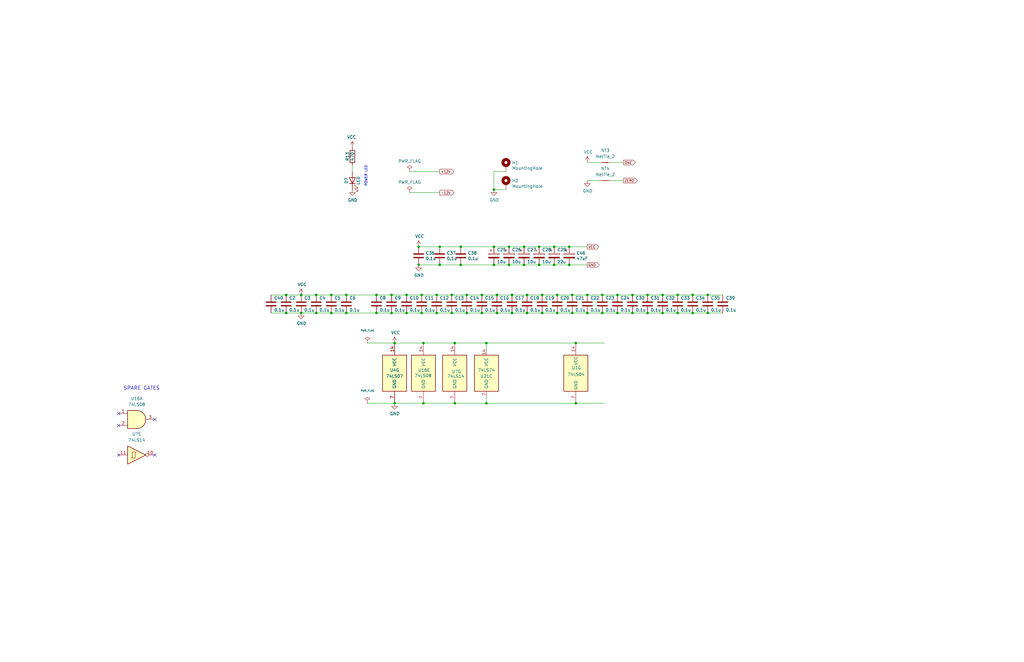
<source format=kicad_sch>
(kicad_sch (version 20211123) (generator eeschema)

  (uuid 6b243e9d-5e90-4a21-861b-d50de3ac528b)

  (paper "B")

  (title_block
    (title "Duodyne 6809 CPU board")
    (date "2023-12-29")
    (rev "V1.00")
  )

  (lib_symbols
    (symbol "74xx:74LS04" (in_bom yes) (on_board yes)
      (property "Reference" "U" (id 0) (at 0 1.27 0)
        (effects (font (size 1.27 1.27)))
      )
      (property "Value" "74LS04" (id 1) (at 0 -1.27 0)
        (effects (font (size 1.27 1.27)))
      )
      (property "Footprint" "" (id 2) (at 0 0 0)
        (effects (font (size 1.27 1.27)) hide)
      )
      (property "Datasheet" "http://www.ti.com/lit/gpn/sn74LS04" (id 3) (at 0 0 0)
        (effects (font (size 1.27 1.27)) hide)
      )
      (property "ki_locked" "" (id 4) (at 0 0 0)
        (effects (font (size 1.27 1.27)))
      )
      (property "ki_keywords" "TTL not inv" (id 5) (at 0 0 0)
        (effects (font (size 1.27 1.27)) hide)
      )
      (property "ki_description" "Hex Inverter" (id 6) (at 0 0 0)
        (effects (font (size 1.27 1.27)) hide)
      )
      (property "ki_fp_filters" "DIP*W7.62mm* SSOP?14* TSSOP?14*" (id 7) (at 0 0 0)
        (effects (font (size 1.27 1.27)) hide)
      )
      (symbol "74LS04_1_0"
        (polyline
          (pts
            (xy -3.81 3.81)
            (xy -3.81 -3.81)
            (xy 3.81 0)
            (xy -3.81 3.81)
          )
          (stroke (width 0.254) (type default) (color 0 0 0 0))
          (fill (type background))
        )
        (pin input line (at -7.62 0 0) (length 3.81)
          (name "~" (effects (font (size 1.27 1.27))))
          (number "1" (effects (font (size 1.27 1.27))))
        )
        (pin output inverted (at 7.62 0 180) (length 3.81)
          (name "~" (effects (font (size 1.27 1.27))))
          (number "2" (effects (font (size 1.27 1.27))))
        )
      )
      (symbol "74LS04_2_0"
        (polyline
          (pts
            (xy -3.81 3.81)
            (xy -3.81 -3.81)
            (xy 3.81 0)
            (xy -3.81 3.81)
          )
          (stroke (width 0.254) (type default) (color 0 0 0 0))
          (fill (type background))
        )
        (pin input line (at -7.62 0 0) (length 3.81)
          (name "~" (effects (font (size 1.27 1.27))))
          (number "3" (effects (font (size 1.27 1.27))))
        )
        (pin output inverted (at 7.62 0 180) (length 3.81)
          (name "~" (effects (font (size 1.27 1.27))))
          (number "4" (effects (font (size 1.27 1.27))))
        )
      )
      (symbol "74LS04_3_0"
        (polyline
          (pts
            (xy -3.81 3.81)
            (xy -3.81 -3.81)
            (xy 3.81 0)
            (xy -3.81 3.81)
          )
          (stroke (width 0.254) (type default) (color 0 0 0 0))
          (fill (type background))
        )
        (pin input line (at -7.62 0 0) (length 3.81)
          (name "~" (effects (font (size 1.27 1.27))))
          (number "5" (effects (font (size 1.27 1.27))))
        )
        (pin output inverted (at 7.62 0 180) (length 3.81)
          (name "~" (effects (font (size 1.27 1.27))))
          (number "6" (effects (font (size 1.27 1.27))))
        )
      )
      (symbol "74LS04_4_0"
        (polyline
          (pts
            (xy -3.81 3.81)
            (xy -3.81 -3.81)
            (xy 3.81 0)
            (xy -3.81 3.81)
          )
          (stroke (width 0.254) (type default) (color 0 0 0 0))
          (fill (type background))
        )
        (pin output inverted (at 7.62 0 180) (length 3.81)
          (name "~" (effects (font (size 1.27 1.27))))
          (number "8" (effects (font (size 1.27 1.27))))
        )
        (pin input line (at -7.62 0 0) (length 3.81)
          (name "~" (effects (font (size 1.27 1.27))))
          (number "9" (effects (font (size 1.27 1.27))))
        )
      )
      (symbol "74LS04_5_0"
        (polyline
          (pts
            (xy -3.81 3.81)
            (xy -3.81 -3.81)
            (xy 3.81 0)
            (xy -3.81 3.81)
          )
          (stroke (width 0.254) (type default) (color 0 0 0 0))
          (fill (type background))
        )
        (pin output inverted (at 7.62 0 180) (length 3.81)
          (name "~" (effects (font (size 1.27 1.27))))
          (number "10" (effects (font (size 1.27 1.27))))
        )
        (pin input line (at -7.62 0 0) (length 3.81)
          (name "~" (effects (font (size 1.27 1.27))))
          (number "11" (effects (font (size 1.27 1.27))))
        )
      )
      (symbol "74LS04_6_0"
        (polyline
          (pts
            (xy -3.81 3.81)
            (xy -3.81 -3.81)
            (xy 3.81 0)
            (xy -3.81 3.81)
          )
          (stroke (width 0.254) (type default) (color 0 0 0 0))
          (fill (type background))
        )
        (pin output inverted (at 7.62 0 180) (length 3.81)
          (name "~" (effects (font (size 1.27 1.27))))
          (number "12" (effects (font (size 1.27 1.27))))
        )
        (pin input line (at -7.62 0 0) (length 3.81)
          (name "~" (effects (font (size 1.27 1.27))))
          (number "13" (effects (font (size 1.27 1.27))))
        )
      )
      (symbol "74LS04_7_0"
        (pin power_in line (at 0 12.7 270) (length 5.08)
          (name "VCC" (effects (font (size 1.27 1.27))))
          (number "14" (effects (font (size 1.27 1.27))))
        )
        (pin power_in line (at 0 -12.7 90) (length 5.08)
          (name "GND" (effects (font (size 1.27 1.27))))
          (number "7" (effects (font (size 1.27 1.27))))
        )
      )
      (symbol "74LS04_7_1"
        (rectangle (start -5.08 7.62) (end 5.08 -7.62)
          (stroke (width 0.254) (type default) (color 0 0 0 0))
          (fill (type background))
        )
      )
    )
    (symbol "74xx:74LS07" (pin_names (offset 1.016)) (in_bom yes) (on_board yes)
      (property "Reference" "U" (id 0) (at 0 1.27 0)
        (effects (font (size 1.27 1.27)))
      )
      (property "Value" "74LS07" (id 1) (at 0 -1.27 0)
        (effects (font (size 1.27 1.27)))
      )
      (property "Footprint" "" (id 2) (at 0 0 0)
        (effects (font (size 1.27 1.27)) hide)
      )
      (property "Datasheet" "www.ti.com/lit/ds/symlink/sn74ls07.pdf" (id 3) (at 0 0 0)
        (effects (font (size 1.27 1.27)) hide)
      )
      (property "ki_locked" "" (id 4) (at 0 0 0)
        (effects (font (size 1.27 1.27)))
      )
      (property "ki_keywords" "TTL hex buffer OpenCol" (id 5) (at 0 0 0)
        (effects (font (size 1.27 1.27)) hide)
      )
      (property "ki_description" "Hex Buffers and Drivers With Open Collector High Voltage Outputs" (id 6) (at 0 0 0)
        (effects (font (size 1.27 1.27)) hide)
      )
      (property "ki_fp_filters" "SOIC*3.9x8.7mm*P1.27mm* TSSOP*4.4x5mm*P0.65mm* DIP*W7.62mm*" (id 7) (at 0 0 0)
        (effects (font (size 1.27 1.27)) hide)
      )
      (symbol "74LS07_1_0"
        (polyline
          (pts
            (xy -3.81 3.81)
            (xy -3.81 -3.81)
            (xy 3.81 0)
            (xy -3.81 3.81)
          )
          (stroke (width 0.254) (type default) (color 0 0 0 0))
          (fill (type background))
        )
        (pin input line (at -7.62 0 0) (length 3.81)
          (name "~" (effects (font (size 1.27 1.27))))
          (number "1" (effects (font (size 1.27 1.27))))
        )
        (pin open_collector line (at 7.62 0 180) (length 3.81)
          (name "~" (effects (font (size 1.27 1.27))))
          (number "2" (effects (font (size 1.27 1.27))))
        )
      )
      (symbol "74LS07_2_0"
        (polyline
          (pts
            (xy -3.81 3.81)
            (xy -3.81 -3.81)
            (xy 3.81 0)
            (xy -3.81 3.81)
          )
          (stroke (width 0.254) (type default) (color 0 0 0 0))
          (fill (type background))
        )
        (pin input line (at -7.62 0 0) (length 3.81)
          (name "~" (effects (font (size 1.27 1.27))))
          (number "3" (effects (font (size 1.27 1.27))))
        )
        (pin open_collector line (at 7.62 0 180) (length 3.81)
          (name "~" (effects (font (size 1.27 1.27))))
          (number "4" (effects (font (size 1.27 1.27))))
        )
      )
      (symbol "74LS07_3_0"
        (polyline
          (pts
            (xy -3.81 3.81)
            (xy -3.81 -3.81)
            (xy 3.81 0)
            (xy -3.81 3.81)
          )
          (stroke (width 0.254) (type default) (color 0 0 0 0))
          (fill (type background))
        )
        (pin input line (at -7.62 0 0) (length 3.81)
          (name "~" (effects (font (size 1.27 1.27))))
          (number "5" (effects (font (size 1.27 1.27))))
        )
        (pin open_collector line (at 7.62 0 180) (length 3.81)
          (name "~" (effects (font (size 1.27 1.27))))
          (number "6" (effects (font (size 1.27 1.27))))
        )
      )
      (symbol "74LS07_4_0"
        (polyline
          (pts
            (xy -3.81 3.81)
            (xy -3.81 -3.81)
            (xy 3.81 0)
            (xy -3.81 3.81)
          )
          (stroke (width 0.254) (type default) (color 0 0 0 0))
          (fill (type background))
        )
        (pin open_collector line (at 7.62 0 180) (length 3.81)
          (name "~" (effects (font (size 1.27 1.27))))
          (number "8" (effects (font (size 1.27 1.27))))
        )
        (pin input line (at -7.62 0 0) (length 3.81)
          (name "~" (effects (font (size 1.27 1.27))))
          (number "9" (effects (font (size 1.27 1.27))))
        )
      )
      (symbol "74LS07_5_0"
        (polyline
          (pts
            (xy -3.81 3.81)
            (xy -3.81 -3.81)
            (xy 3.81 0)
            (xy -3.81 3.81)
          )
          (stroke (width 0.254) (type default) (color 0 0 0 0))
          (fill (type background))
        )
        (pin open_collector line (at 7.62 0 180) (length 3.81)
          (name "~" (effects (font (size 1.27 1.27))))
          (number "10" (effects (font (size 1.27 1.27))))
        )
        (pin input line (at -7.62 0 0) (length 3.81)
          (name "~" (effects (font (size 1.27 1.27))))
          (number "11" (effects (font (size 1.27 1.27))))
        )
      )
      (symbol "74LS07_6_0"
        (polyline
          (pts
            (xy -3.81 3.81)
            (xy -3.81 -3.81)
            (xy 3.81 0)
            (xy -3.81 3.81)
          )
          (stroke (width 0.254) (type default) (color 0 0 0 0))
          (fill (type background))
        )
        (pin open_collector line (at 7.62 0 180) (length 3.81)
          (name "~" (effects (font (size 1.27 1.27))))
          (number "12" (effects (font (size 1.27 1.27))))
        )
        (pin input line (at -7.62 0 0) (length 3.81)
          (name "~" (effects (font (size 1.27 1.27))))
          (number "13" (effects (font (size 1.27 1.27))))
        )
      )
      (symbol "74LS07_7_0"
        (pin power_in line (at 0 12.7 270) (length 5.08)
          (name "VCC" (effects (font (size 1.27 1.27))))
          (number "14" (effects (font (size 1.27 1.27))))
        )
        (pin power_in line (at 0 -12.7 90) (length 5.08)
          (name "GND" (effects (font (size 1.27 1.27))))
          (number "7" (effects (font (size 1.27 1.27))))
        )
      )
      (symbol "74LS07_7_1"
        (rectangle (start -5.08 7.62) (end 5.08 -7.62)
          (stroke (width 0.254) (type default) (color 0 0 0 0))
          (fill (type background))
        )
      )
    )
    (symbol "74xx:74LS08" (pin_names (offset 1.016)) (in_bom yes) (on_board yes)
      (property "Reference" "U" (id 0) (at 0 1.27 0)
        (effects (font (size 1.27 1.27)))
      )
      (property "Value" "74LS08" (id 1) (at 0 -1.27 0)
        (effects (font (size 1.27 1.27)))
      )
      (property "Footprint" "" (id 2) (at 0 0 0)
        (effects (font (size 1.27 1.27)) hide)
      )
      (property "Datasheet" "http://www.ti.com/lit/gpn/sn74LS08" (id 3) (at 0 0 0)
        (effects (font (size 1.27 1.27)) hide)
      )
      (property "ki_locked" "" (id 4) (at 0 0 0)
        (effects (font (size 1.27 1.27)))
      )
      (property "ki_keywords" "TTL and2" (id 5) (at 0 0 0)
        (effects (font (size 1.27 1.27)) hide)
      )
      (property "ki_description" "Quad And2" (id 6) (at 0 0 0)
        (effects (font (size 1.27 1.27)) hide)
      )
      (property "ki_fp_filters" "DIP*W7.62mm*" (id 7) (at 0 0 0)
        (effects (font (size 1.27 1.27)) hide)
      )
      (symbol "74LS08_1_1"
        (arc (start 0 -3.81) (mid 3.81 0) (end 0 3.81)
          (stroke (width 0.254) (type default) (color 0 0 0 0))
          (fill (type background))
        )
        (polyline
          (pts
            (xy 0 3.81)
            (xy -3.81 3.81)
            (xy -3.81 -3.81)
            (xy 0 -3.81)
          )
          (stroke (width 0.254) (type default) (color 0 0 0 0))
          (fill (type background))
        )
        (pin input line (at -7.62 2.54 0) (length 3.81)
          (name "~" (effects (font (size 1.27 1.27))))
          (number "1" (effects (font (size 1.27 1.27))))
        )
        (pin input line (at -7.62 -2.54 0) (length 3.81)
          (name "~" (effects (font (size 1.27 1.27))))
          (number "2" (effects (font (size 1.27 1.27))))
        )
        (pin output line (at 7.62 0 180) (length 3.81)
          (name "~" (effects (font (size 1.27 1.27))))
          (number "3" (effects (font (size 1.27 1.27))))
        )
      )
      (symbol "74LS08_1_2"
        (arc (start -3.81 -3.81) (mid -2.589 0) (end -3.81 3.81)
          (stroke (width 0.254) (type default) (color 0 0 0 0))
          (fill (type none))
        )
        (arc (start -0.6096 -3.81) (mid 2.1842 -2.5851) (end 3.81 0)
          (stroke (width 0.254) (type default) (color 0 0 0 0))
          (fill (type background))
        )
        (polyline
          (pts
            (xy -3.81 -3.81)
            (xy -0.635 -3.81)
          )
          (stroke (width 0.254) (type default) (color 0 0 0 0))
          (fill (type background))
        )
        (polyline
          (pts
            (xy -3.81 3.81)
            (xy -0.635 3.81)
          )
          (stroke (width 0.254) (type default) (color 0 0 0 0))
          (fill (type background))
        )
        (polyline
          (pts
            (xy -0.635 3.81)
            (xy -3.81 3.81)
            (xy -3.81 3.81)
            (xy -3.556 3.4036)
            (xy -3.0226 2.2606)
            (xy -2.6924 1.0414)
            (xy -2.6162 -0.254)
            (xy -2.7686 -1.4986)
            (xy -3.175 -2.7178)
            (xy -3.81 -3.81)
            (xy -3.81 -3.81)
            (xy -0.635 -3.81)
          )
          (stroke (width -25.4) (type default) (color 0 0 0 0))
          (fill (type background))
        )
        (arc (start 3.81 0) (mid 2.1915 2.5936) (end -0.6096 3.81)
          (stroke (width 0.254) (type default) (color 0 0 0 0))
          (fill (type background))
        )
        (pin input inverted (at -7.62 2.54 0) (length 4.318)
          (name "~" (effects (font (size 1.27 1.27))))
          (number "1" (effects (font (size 1.27 1.27))))
        )
        (pin input inverted (at -7.62 -2.54 0) (length 4.318)
          (name "~" (effects (font (size 1.27 1.27))))
          (number "2" (effects (font (size 1.27 1.27))))
        )
        (pin output inverted (at 7.62 0 180) (length 3.81)
          (name "~" (effects (font (size 1.27 1.27))))
          (number "3" (effects (font (size 1.27 1.27))))
        )
      )
      (symbol "74LS08_2_1"
        (arc (start 0 -3.81) (mid 3.81 0) (end 0 3.81)
          (stroke (width 0.254) (type default) (color 0 0 0 0))
          (fill (type background))
        )
        (polyline
          (pts
            (xy 0 3.81)
            (xy -3.81 3.81)
            (xy -3.81 -3.81)
            (xy 0 -3.81)
          )
          (stroke (width 0.254) (type default) (color 0 0 0 0))
          (fill (type background))
        )
        (pin input line (at -7.62 2.54 0) (length 3.81)
          (name "~" (effects (font (size 1.27 1.27))))
          (number "4" (effects (font (size 1.27 1.27))))
        )
        (pin input line (at -7.62 -2.54 0) (length 3.81)
          (name "~" (effects (font (size 1.27 1.27))))
          (number "5" (effects (font (size 1.27 1.27))))
        )
        (pin output line (at 7.62 0 180) (length 3.81)
          (name "~" (effects (font (size 1.27 1.27))))
          (number "6" (effects (font (size 1.27 1.27))))
        )
      )
      (symbol "74LS08_2_2"
        (arc (start -3.81 -3.81) (mid -2.589 0) (end -3.81 3.81)
          (stroke (width 0.254) (type default) (color 0 0 0 0))
          (fill (type none))
        )
        (arc (start -0.6096 -3.81) (mid 2.1842 -2.5851) (end 3.81 0)
          (stroke (width 0.254) (type default) (color 0 0 0 0))
          (fill (type background))
        )
        (polyline
          (pts
            (xy -3.81 -3.81)
            (xy -0.635 -3.81)
          )
          (stroke (width 0.254) (type default) (color 0 0 0 0))
          (fill (type background))
        )
        (polyline
          (pts
            (xy -3.81 3.81)
            (xy -0.635 3.81)
          )
          (stroke (width 0.254) (type default) (color 0 0 0 0))
          (fill (type background))
        )
        (polyline
          (pts
            (xy -0.635 3.81)
            (xy -3.81 3.81)
            (xy -3.81 3.81)
            (xy -3.556 3.4036)
            (xy -3.0226 2.2606)
            (xy -2.6924 1.0414)
            (xy -2.6162 -0.254)
            (xy -2.7686 -1.4986)
            (xy -3.175 -2.7178)
            (xy -3.81 -3.81)
            (xy -3.81 -3.81)
            (xy -0.635 -3.81)
          )
          (stroke (width -25.4) (type default) (color 0 0 0 0))
          (fill (type background))
        )
        (arc (start 3.81 0) (mid 2.1915 2.5936) (end -0.6096 3.81)
          (stroke (width 0.254) (type default) (color 0 0 0 0))
          (fill (type background))
        )
        (pin input inverted (at -7.62 2.54 0) (length 4.318)
          (name "~" (effects (font (size 1.27 1.27))))
          (number "4" (effects (font (size 1.27 1.27))))
        )
        (pin input inverted (at -7.62 -2.54 0) (length 4.318)
          (name "~" (effects (font (size 1.27 1.27))))
          (number "5" (effects (font (size 1.27 1.27))))
        )
        (pin output inverted (at 7.62 0 180) (length 3.81)
          (name "~" (effects (font (size 1.27 1.27))))
          (number "6" (effects (font (size 1.27 1.27))))
        )
      )
      (symbol "74LS08_3_1"
        (arc (start 0 -3.81) (mid 3.81 0) (end 0 3.81)
          (stroke (width 0.254) (type default) (color 0 0 0 0))
          (fill (type background))
        )
        (polyline
          (pts
            (xy 0 3.81)
            (xy -3.81 3.81)
            (xy -3.81 -3.81)
            (xy 0 -3.81)
          )
          (stroke (width 0.254) (type default) (color 0 0 0 0))
          (fill (type background))
        )
        (pin input line (at -7.62 -2.54 0) (length 3.81)
          (name "~" (effects (font (size 1.27 1.27))))
          (number "10" (effects (font (size 1.27 1.27))))
        )
        (pin output line (at 7.62 0 180) (length 3.81)
          (name "~" (effects (font (size 1.27 1.27))))
          (number "8" (effects (font (size 1.27 1.27))))
        )
        (pin input line (at -7.62 2.54 0) (length 3.81)
          (name "~" (effects (font (size 1.27 1.27))))
          (number "9" (effects (font (size 1.27 1.27))))
        )
      )
      (symbol "74LS08_3_2"
        (arc (start -3.81 -3.81) (mid -2.589 0) (end -3.81 3.81)
          (stroke (width 0.254) (type default) (color 0 0 0 0))
          (fill (type none))
        )
        (arc (start -0.6096 -3.81) (mid 2.1842 -2.5851) (end 3.81 0)
          (stroke (width 0.254) (type default) (color 0 0 0 0))
          (fill (type background))
        )
        (polyline
          (pts
            (xy -3.81 -3.81)
            (xy -0.635 -3.81)
          )
          (stroke (width 0.254) (type default) (color 0 0 0 0))
          (fill (type background))
        )
        (polyline
          (pts
            (xy -3.81 3.81)
            (xy -0.635 3.81)
          )
          (stroke (width 0.254) (type default) (color 0 0 0 0))
          (fill (type background))
        )
        (polyline
          (pts
            (xy -0.635 3.81)
            (xy -3.81 3.81)
            (xy -3.81 3.81)
            (xy -3.556 3.4036)
            (xy -3.0226 2.2606)
            (xy -2.6924 1.0414)
            (xy -2.6162 -0.254)
            (xy -2.7686 -1.4986)
            (xy -3.175 -2.7178)
            (xy -3.81 -3.81)
            (xy -3.81 -3.81)
            (xy -0.635 -3.81)
          )
          (stroke (width -25.4) (type default) (color 0 0 0 0))
          (fill (type background))
        )
        (arc (start 3.81 0) (mid 2.1915 2.5936) (end -0.6096 3.81)
          (stroke (width 0.254) (type default) (color 0 0 0 0))
          (fill (type background))
        )
        (pin input inverted (at -7.62 -2.54 0) (length 4.318)
          (name "~" (effects (font (size 1.27 1.27))))
          (number "10" (effects (font (size 1.27 1.27))))
        )
        (pin output inverted (at 7.62 0 180) (length 3.81)
          (name "~" (effects (font (size 1.27 1.27))))
          (number "8" (effects (font (size 1.27 1.27))))
        )
        (pin input inverted (at -7.62 2.54 0) (length 4.318)
          (name "~" (effects (font (size 1.27 1.27))))
          (number "9" (effects (font (size 1.27 1.27))))
        )
      )
      (symbol "74LS08_4_1"
        (arc (start 0 -3.81) (mid 3.81 0) (end 0 3.81)
          (stroke (width 0.254) (type default) (color 0 0 0 0))
          (fill (type background))
        )
        (polyline
          (pts
            (xy 0 3.81)
            (xy -3.81 3.81)
            (xy -3.81 -3.81)
            (xy 0 -3.81)
          )
          (stroke (width 0.254) (type default) (color 0 0 0 0))
          (fill (type background))
        )
        (pin output line (at 7.62 0 180) (length 3.81)
          (name "~" (effects (font (size 1.27 1.27))))
          (number "11" (effects (font (size 1.27 1.27))))
        )
        (pin input line (at -7.62 2.54 0) (length 3.81)
          (name "~" (effects (font (size 1.27 1.27))))
          (number "12" (effects (font (size 1.27 1.27))))
        )
        (pin input line (at -7.62 -2.54 0) (length 3.81)
          (name "~" (effects (font (size 1.27 1.27))))
          (number "13" (effects (font (size 1.27 1.27))))
        )
      )
      (symbol "74LS08_4_2"
        (arc (start -3.81 -3.81) (mid -2.589 0) (end -3.81 3.81)
          (stroke (width 0.254) (type default) (color 0 0 0 0))
          (fill (type none))
        )
        (arc (start -0.6096 -3.81) (mid 2.1842 -2.5851) (end 3.81 0)
          (stroke (width 0.254) (type default) (color 0 0 0 0))
          (fill (type background))
        )
        (polyline
          (pts
            (xy -3.81 -3.81)
            (xy -0.635 -3.81)
          )
          (stroke (width 0.254) (type default) (color 0 0 0 0))
          (fill (type background))
        )
        (polyline
          (pts
            (xy -3.81 3.81)
            (xy -0.635 3.81)
          )
          (stroke (width 0.254) (type default) (color 0 0 0 0))
          (fill (type background))
        )
        (polyline
          (pts
            (xy -0.635 3.81)
            (xy -3.81 3.81)
            (xy -3.81 3.81)
            (xy -3.556 3.4036)
            (xy -3.0226 2.2606)
            (xy -2.6924 1.0414)
            (xy -2.6162 -0.254)
            (xy -2.7686 -1.4986)
            (xy -3.175 -2.7178)
            (xy -3.81 -3.81)
            (xy -3.81 -3.81)
            (xy -0.635 -3.81)
          )
          (stroke (width -25.4) (type default) (color 0 0 0 0))
          (fill (type background))
        )
        (arc (start 3.81 0) (mid 2.1915 2.5936) (end -0.6096 3.81)
          (stroke (width 0.254) (type default) (color 0 0 0 0))
          (fill (type background))
        )
        (pin output inverted (at 7.62 0 180) (length 3.81)
          (name "~" (effects (font (size 1.27 1.27))))
          (number "11" (effects (font (size 1.27 1.27))))
        )
        (pin input inverted (at -7.62 2.54 0) (length 4.318)
          (name "~" (effects (font (size 1.27 1.27))))
          (number "12" (effects (font (size 1.27 1.27))))
        )
        (pin input inverted (at -7.62 -2.54 0) (length 4.318)
          (name "~" (effects (font (size 1.27 1.27))))
          (number "13" (effects (font (size 1.27 1.27))))
        )
      )
      (symbol "74LS08_5_0"
        (pin power_in line (at 0 12.7 270) (length 5.08)
          (name "VCC" (effects (font (size 1.27 1.27))))
          (number "14" (effects (font (size 1.27 1.27))))
        )
        (pin power_in line (at 0 -12.7 90) (length 5.08)
          (name "GND" (effects (font (size 1.27 1.27))))
          (number "7" (effects (font (size 1.27 1.27))))
        )
      )
      (symbol "74LS08_5_1"
        (rectangle (start -5.08 7.62) (end 5.08 -7.62)
          (stroke (width 0.254) (type default) (color 0 0 0 0))
          (fill (type background))
        )
      )
    )
    (symbol "74xx:74LS14" (pin_names (offset 1.016)) (in_bom yes) (on_board yes)
      (property "Reference" "U" (id 0) (at 0 1.27 0)
        (effects (font (size 1.27 1.27)))
      )
      (property "Value" "74LS14" (id 1) (at 0 -1.27 0)
        (effects (font (size 1.27 1.27)))
      )
      (property "Footprint" "" (id 2) (at 0 0 0)
        (effects (font (size 1.27 1.27)) hide)
      )
      (property "Datasheet" "http://www.ti.com/lit/gpn/sn74LS14" (id 3) (at 0 0 0)
        (effects (font (size 1.27 1.27)) hide)
      )
      (property "ki_locked" "" (id 4) (at 0 0 0)
        (effects (font (size 1.27 1.27)))
      )
      (property "ki_keywords" "TTL not inverter" (id 5) (at 0 0 0)
        (effects (font (size 1.27 1.27)) hide)
      )
      (property "ki_description" "Hex inverter schmitt trigger" (id 6) (at 0 0 0)
        (effects (font (size 1.27 1.27)) hide)
      )
      (property "ki_fp_filters" "DIP*W7.62mm*" (id 7) (at 0 0 0)
        (effects (font (size 1.27 1.27)) hide)
      )
      (symbol "74LS14_1_0"
        (polyline
          (pts
            (xy -3.81 3.81)
            (xy -3.81 -3.81)
            (xy 3.81 0)
            (xy -3.81 3.81)
          )
          (stroke (width 0.254) (type default) (color 0 0 0 0))
          (fill (type background))
        )
        (pin input line (at -7.62 0 0) (length 3.81)
          (name "~" (effects (font (size 1.27 1.27))))
          (number "1" (effects (font (size 1.27 1.27))))
        )
        (pin output inverted (at 7.62 0 180) (length 3.81)
          (name "~" (effects (font (size 1.27 1.27))))
          (number "2" (effects (font (size 1.27 1.27))))
        )
      )
      (symbol "74LS14_1_1"
        (polyline
          (pts
            (xy -1.905 -1.27)
            (xy -1.905 1.27)
            (xy -0.635 1.27)
          )
          (stroke (width 0) (type default) (color 0 0 0 0))
          (fill (type none))
        )
        (polyline
          (pts
            (xy -2.54 -1.27)
            (xy -0.635 -1.27)
            (xy -0.635 1.27)
            (xy 0 1.27)
          )
          (stroke (width 0) (type default) (color 0 0 0 0))
          (fill (type none))
        )
      )
      (symbol "74LS14_2_0"
        (polyline
          (pts
            (xy -3.81 3.81)
            (xy -3.81 -3.81)
            (xy 3.81 0)
            (xy -3.81 3.81)
          )
          (stroke (width 0.254) (type default) (color 0 0 0 0))
          (fill (type background))
        )
        (pin input line (at -7.62 0 0) (length 3.81)
          (name "~" (effects (font (size 1.27 1.27))))
          (number "3" (effects (font (size 1.27 1.27))))
        )
        (pin output inverted (at 7.62 0 180) (length 3.81)
          (name "~" (effects (font (size 1.27 1.27))))
          (number "4" (effects (font (size 1.27 1.27))))
        )
      )
      (symbol "74LS14_2_1"
        (polyline
          (pts
            (xy -1.905 -1.27)
            (xy -1.905 1.27)
            (xy -0.635 1.27)
          )
          (stroke (width 0) (type default) (color 0 0 0 0))
          (fill (type none))
        )
        (polyline
          (pts
            (xy -2.54 -1.27)
            (xy -0.635 -1.27)
            (xy -0.635 1.27)
            (xy 0 1.27)
          )
          (stroke (width 0) (type default) (color 0 0 0 0))
          (fill (type none))
        )
      )
      (symbol "74LS14_3_0"
        (polyline
          (pts
            (xy -3.81 3.81)
            (xy -3.81 -3.81)
            (xy 3.81 0)
            (xy -3.81 3.81)
          )
          (stroke (width 0.254) (type default) (color 0 0 0 0))
          (fill (type background))
        )
        (pin input line (at -7.62 0 0) (length 3.81)
          (name "~" (effects (font (size 1.27 1.27))))
          (number "5" (effects (font (size 1.27 1.27))))
        )
        (pin output inverted (at 7.62 0 180) (length 3.81)
          (name "~" (effects (font (size 1.27 1.27))))
          (number "6" (effects (font (size 1.27 1.27))))
        )
      )
      (symbol "74LS14_3_1"
        (polyline
          (pts
            (xy -1.905 -1.27)
            (xy -1.905 1.27)
            (xy -0.635 1.27)
          )
          (stroke (width 0) (type default) (color 0 0 0 0))
          (fill (type none))
        )
        (polyline
          (pts
            (xy -2.54 -1.27)
            (xy -0.635 -1.27)
            (xy -0.635 1.27)
            (xy 0 1.27)
          )
          (stroke (width 0) (type default) (color 0 0 0 0))
          (fill (type none))
        )
      )
      (symbol "74LS14_4_0"
        (polyline
          (pts
            (xy -3.81 3.81)
            (xy -3.81 -3.81)
            (xy 3.81 0)
            (xy -3.81 3.81)
          )
          (stroke (width 0.254) (type default) (color 0 0 0 0))
          (fill (type background))
        )
        (pin output inverted (at 7.62 0 180) (length 3.81)
          (name "~" (effects (font (size 1.27 1.27))))
          (number "8" (effects (font (size 1.27 1.27))))
        )
        (pin input line (at -7.62 0 0) (length 3.81)
          (name "~" (effects (font (size 1.27 1.27))))
          (number "9" (effects (font (size 1.27 1.27))))
        )
      )
      (symbol "74LS14_4_1"
        (polyline
          (pts
            (xy -1.905 -1.27)
            (xy -1.905 1.27)
            (xy -0.635 1.27)
          )
          (stroke (width 0) (type default) (color 0 0 0 0))
          (fill (type none))
        )
        (polyline
          (pts
            (xy -2.54 -1.27)
            (xy -0.635 -1.27)
            (xy -0.635 1.27)
            (xy 0 1.27)
          )
          (stroke (width 0) (type default) (color 0 0 0 0))
          (fill (type none))
        )
      )
      (symbol "74LS14_5_0"
        (polyline
          (pts
            (xy -3.81 3.81)
            (xy -3.81 -3.81)
            (xy 3.81 0)
            (xy -3.81 3.81)
          )
          (stroke (width 0.254) (type default) (color 0 0 0 0))
          (fill (type background))
        )
        (pin output inverted (at 7.62 0 180) (length 3.81)
          (name "~" (effects (font (size 1.27 1.27))))
          (number "10" (effects (font (size 1.27 1.27))))
        )
        (pin input line (at -7.62 0 0) (length 3.81)
          (name "~" (effects (font (size 1.27 1.27))))
          (number "11" (effects (font (size 1.27 1.27))))
        )
      )
      (symbol "74LS14_5_1"
        (polyline
          (pts
            (xy -1.905 -1.27)
            (xy -1.905 1.27)
            (xy -0.635 1.27)
          )
          (stroke (width 0) (type default) (color 0 0 0 0))
          (fill (type none))
        )
        (polyline
          (pts
            (xy -2.54 -1.27)
            (xy -0.635 -1.27)
            (xy -0.635 1.27)
            (xy 0 1.27)
          )
          (stroke (width 0) (type default) (color 0 0 0 0))
          (fill (type none))
        )
      )
      (symbol "74LS14_6_0"
        (polyline
          (pts
            (xy -3.81 3.81)
            (xy -3.81 -3.81)
            (xy 3.81 0)
            (xy -3.81 3.81)
          )
          (stroke (width 0.254) (type default) (color 0 0 0 0))
          (fill (type background))
        )
        (pin output inverted (at 7.62 0 180) (length 3.81)
          (name "~" (effects (font (size 1.27 1.27))))
          (number "12" (effects (font (size 1.27 1.27))))
        )
        (pin input line (at -7.62 0 0) (length 3.81)
          (name "~" (effects (font (size 1.27 1.27))))
          (number "13" (effects (font (size 1.27 1.27))))
        )
      )
      (symbol "74LS14_6_1"
        (polyline
          (pts
            (xy -1.905 -1.27)
            (xy -1.905 1.27)
            (xy -0.635 1.27)
          )
          (stroke (width 0) (type default) (color 0 0 0 0))
          (fill (type none))
        )
        (polyline
          (pts
            (xy -2.54 -1.27)
            (xy -0.635 -1.27)
            (xy -0.635 1.27)
            (xy 0 1.27)
          )
          (stroke (width 0) (type default) (color 0 0 0 0))
          (fill (type none))
        )
      )
      (symbol "74LS14_7_0"
        (pin power_in line (at 0 12.7 270) (length 5.08)
          (name "VCC" (effects (font (size 1.27 1.27))))
          (number "14" (effects (font (size 1.27 1.27))))
        )
        (pin power_in line (at 0 -12.7 90) (length 5.08)
          (name "GND" (effects (font (size 1.27 1.27))))
          (number "7" (effects (font (size 1.27 1.27))))
        )
      )
      (symbol "74LS14_7_1"
        (rectangle (start -5.08 7.62) (end 5.08 -7.62)
          (stroke (width 0.254) (type default) (color 0 0 0 0))
          (fill (type background))
        )
      )
    )
    (symbol "74xx:74LS74" (pin_names (offset 1.016)) (in_bom yes) (on_board yes)
      (property "Reference" "U" (id 0) (at -7.62 8.89 0)
        (effects (font (size 1.27 1.27)))
      )
      (property "Value" "74LS74" (id 1) (at -7.62 -8.89 0)
        (effects (font (size 1.27 1.27)))
      )
      (property "Footprint" "" (id 2) (at 0 0 0)
        (effects (font (size 1.27 1.27)) hide)
      )
      (property "Datasheet" "74xx/74hc_hct74.pdf" (id 3) (at 0 0 0)
        (effects (font (size 1.27 1.27)) hide)
      )
      (property "ki_locked" "" (id 4) (at 0 0 0)
        (effects (font (size 1.27 1.27)))
      )
      (property "ki_keywords" "TTL DFF" (id 5) (at 0 0 0)
        (effects (font (size 1.27 1.27)) hide)
      )
      (property "ki_description" "Dual D Flip-flop, Set & Reset" (id 6) (at 0 0 0)
        (effects (font (size 1.27 1.27)) hide)
      )
      (property "ki_fp_filters" "DIP*W7.62mm*" (id 7) (at 0 0 0)
        (effects (font (size 1.27 1.27)) hide)
      )
      (symbol "74LS74_1_0"
        (pin input line (at 0 -7.62 90) (length 2.54)
          (name "~{R}" (effects (font (size 1.27 1.27))))
          (number "1" (effects (font (size 1.27 1.27))))
        )
        (pin input line (at -7.62 2.54 0) (length 2.54)
          (name "D" (effects (font (size 1.27 1.27))))
          (number "2" (effects (font (size 1.27 1.27))))
        )
        (pin input clock (at -7.62 0 0) (length 2.54)
          (name "C" (effects (font (size 1.27 1.27))))
          (number "3" (effects (font (size 1.27 1.27))))
        )
        (pin input line (at 0 7.62 270) (length 2.54)
          (name "~{S}" (effects (font (size 1.27 1.27))))
          (number "4" (effects (font (size 1.27 1.27))))
        )
        (pin output line (at 7.62 2.54 180) (length 2.54)
          (name "Q" (effects (font (size 1.27 1.27))))
          (number "5" (effects (font (size 1.27 1.27))))
        )
        (pin output line (at 7.62 -2.54 180) (length 2.54)
          (name "~{Q}" (effects (font (size 1.27 1.27))))
          (number "6" (effects (font (size 1.27 1.27))))
        )
      )
      (symbol "74LS74_1_1"
        (rectangle (start -5.08 5.08) (end 5.08 -5.08)
          (stroke (width 0.254) (type default) (color 0 0 0 0))
          (fill (type background))
        )
      )
      (symbol "74LS74_2_0"
        (pin input line (at 0 7.62 270) (length 2.54)
          (name "~{S}" (effects (font (size 1.27 1.27))))
          (number "10" (effects (font (size 1.27 1.27))))
        )
        (pin input clock (at -7.62 0 0) (length 2.54)
          (name "C" (effects (font (size 1.27 1.27))))
          (number "11" (effects (font (size 1.27 1.27))))
        )
        (pin input line (at -7.62 2.54 0) (length 2.54)
          (name "D" (effects (font (size 1.27 1.27))))
          (number "12" (effects (font (size 1.27 1.27))))
        )
        (pin input line (at 0 -7.62 90) (length 2.54)
          (name "~{R}" (effects (font (size 1.27 1.27))))
          (number "13" (effects (font (size 1.27 1.27))))
        )
        (pin output line (at 7.62 -2.54 180) (length 2.54)
          (name "~{Q}" (effects (font (size 1.27 1.27))))
          (number "8" (effects (font (size 1.27 1.27))))
        )
        (pin output line (at 7.62 2.54 180) (length 2.54)
          (name "Q" (effects (font (size 1.27 1.27))))
          (number "9" (effects (font (size 1.27 1.27))))
        )
      )
      (symbol "74LS74_2_1"
        (rectangle (start -5.08 5.08) (end 5.08 -5.08)
          (stroke (width 0.254) (type default) (color 0 0 0 0))
          (fill (type background))
        )
      )
      (symbol "74LS74_3_0"
        (pin power_in line (at 0 10.16 270) (length 2.54)
          (name "VCC" (effects (font (size 1.27 1.27))))
          (number "14" (effects (font (size 1.27 1.27))))
        )
        (pin power_in line (at 0 -10.16 90) (length 2.54)
          (name "GND" (effects (font (size 1.27 1.27))))
          (number "7" (effects (font (size 1.27 1.27))))
        )
      )
      (symbol "74LS74_3_1"
        (rectangle (start -5.08 7.62) (end 5.08 -7.62)
          (stroke (width 0.254) (type default) (color 0 0 0 0))
          (fill (type background))
        )
      )
    )
    (symbol "Device:C" (pin_numbers hide) (pin_names (offset 0.254)) (in_bom yes) (on_board yes)
      (property "Reference" "C" (id 0) (at 0.635 2.54 0)
        (effects (font (size 1.27 1.27)) (justify left))
      )
      (property "Value" "C" (id 1) (at 0.635 -2.54 0)
        (effects (font (size 1.27 1.27)) (justify left))
      )
      (property "Footprint" "" (id 2) (at 0.9652 -3.81 0)
        (effects (font (size 1.27 1.27)) hide)
      )
      (property "Datasheet" "~" (id 3) (at 0 0 0)
        (effects (font (size 1.27 1.27)) hide)
      )
      (property "ki_keywords" "cap capacitor" (id 4) (at 0 0 0)
        (effects (font (size 1.27 1.27)) hide)
      )
      (property "ki_description" "Unpolarized capacitor" (id 5) (at 0 0 0)
        (effects (font (size 1.27 1.27)) hide)
      )
      (property "ki_fp_filters" "C_*" (id 6) (at 0 0 0)
        (effects (font (size 1.27 1.27)) hide)
      )
      (symbol "C_0_1"
        (polyline
          (pts
            (xy -2.032 -0.762)
            (xy 2.032 -0.762)
          )
          (stroke (width 0.508) (type default) (color 0 0 0 0))
          (fill (type none))
        )
        (polyline
          (pts
            (xy -2.032 0.762)
            (xy 2.032 0.762)
          )
          (stroke (width 0.508) (type default) (color 0 0 0 0))
          (fill (type none))
        )
      )
      (symbol "C_1_1"
        (pin passive line (at 0 3.81 270) (length 2.794)
          (name "~" (effects (font (size 1.27 1.27))))
          (number "1" (effects (font (size 1.27 1.27))))
        )
        (pin passive line (at 0 -3.81 90) (length 2.794)
          (name "~" (effects (font (size 1.27 1.27))))
          (number "2" (effects (font (size 1.27 1.27))))
        )
      )
    )
    (symbol "Device:C_Polarized" (pin_numbers hide) (pin_names (offset 0.254)) (in_bom yes) (on_board yes)
      (property "Reference" "C" (id 0) (at 0.635 2.54 0)
        (effects (font (size 1.27 1.27)) (justify left))
      )
      (property "Value" "C_Polarized" (id 1) (at 0.635 -2.54 0)
        (effects (font (size 1.27 1.27)) (justify left))
      )
      (property "Footprint" "" (id 2) (at 0.9652 -3.81 0)
        (effects (font (size 1.27 1.27)) hide)
      )
      (property "Datasheet" "~" (id 3) (at 0 0 0)
        (effects (font (size 1.27 1.27)) hide)
      )
      (property "ki_keywords" "cap capacitor" (id 4) (at 0 0 0)
        (effects (font (size 1.27 1.27)) hide)
      )
      (property "ki_description" "Polarized capacitor" (id 5) (at 0 0 0)
        (effects (font (size 1.27 1.27)) hide)
      )
      (property "ki_fp_filters" "CP_*" (id 6) (at 0 0 0)
        (effects (font (size 1.27 1.27)) hide)
      )
      (symbol "C_Polarized_0_1"
        (rectangle (start -2.286 0.508) (end 2.286 1.016)
          (stroke (width 0) (type default) (color 0 0 0 0))
          (fill (type none))
        )
        (polyline
          (pts
            (xy -1.778 2.286)
            (xy -0.762 2.286)
          )
          (stroke (width 0) (type default) (color 0 0 0 0))
          (fill (type none))
        )
        (polyline
          (pts
            (xy -1.27 2.794)
            (xy -1.27 1.778)
          )
          (stroke (width 0) (type default) (color 0 0 0 0))
          (fill (type none))
        )
        (rectangle (start 2.286 -0.508) (end -2.286 -1.016)
          (stroke (width 0) (type default) (color 0 0 0 0))
          (fill (type outline))
        )
      )
      (symbol "C_Polarized_1_1"
        (pin passive line (at 0 3.81 270) (length 2.794)
          (name "~" (effects (font (size 1.27 1.27))))
          (number "1" (effects (font (size 1.27 1.27))))
        )
        (pin passive line (at 0 -3.81 90) (length 2.794)
          (name "~" (effects (font (size 1.27 1.27))))
          (number "2" (effects (font (size 1.27 1.27))))
        )
      )
    )
    (symbol "Device:LED" (pin_numbers hide) (pin_names (offset 1.016) hide) (in_bom yes) (on_board yes)
      (property "Reference" "D" (id 0) (at 0 2.54 0)
        (effects (font (size 1.27 1.27)))
      )
      (property "Value" "LED" (id 1) (at 0 -2.54 0)
        (effects (font (size 1.27 1.27)))
      )
      (property "Footprint" "" (id 2) (at 0 0 0)
        (effects (font (size 1.27 1.27)) hide)
      )
      (property "Datasheet" "~" (id 3) (at 0 0 0)
        (effects (font (size 1.27 1.27)) hide)
      )
      (property "ki_keywords" "LED diode" (id 4) (at 0 0 0)
        (effects (font (size 1.27 1.27)) hide)
      )
      (property "ki_description" "Light emitting diode" (id 5) (at 0 0 0)
        (effects (font (size 1.27 1.27)) hide)
      )
      (property "ki_fp_filters" "LED* LED_SMD:* LED_THT:*" (id 6) (at 0 0 0)
        (effects (font (size 1.27 1.27)) hide)
      )
      (symbol "LED_0_1"
        (polyline
          (pts
            (xy -1.27 -1.27)
            (xy -1.27 1.27)
          )
          (stroke (width 0.254) (type default) (color 0 0 0 0))
          (fill (type none))
        )
        (polyline
          (pts
            (xy -1.27 0)
            (xy 1.27 0)
          )
          (stroke (width 0) (type default) (color 0 0 0 0))
          (fill (type none))
        )
        (polyline
          (pts
            (xy 1.27 -1.27)
            (xy 1.27 1.27)
            (xy -1.27 0)
            (xy 1.27 -1.27)
          )
          (stroke (width 0.254) (type default) (color 0 0 0 0))
          (fill (type none))
        )
        (polyline
          (pts
            (xy -3.048 -0.762)
            (xy -4.572 -2.286)
            (xy -3.81 -2.286)
            (xy -4.572 -2.286)
            (xy -4.572 -1.524)
          )
          (stroke (width 0) (type default) (color 0 0 0 0))
          (fill (type none))
        )
        (polyline
          (pts
            (xy -1.778 -0.762)
            (xy -3.302 -2.286)
            (xy -2.54 -2.286)
            (xy -3.302 -2.286)
            (xy -3.302 -1.524)
          )
          (stroke (width 0) (type default) (color 0 0 0 0))
          (fill (type none))
        )
      )
      (symbol "LED_1_1"
        (pin passive line (at -3.81 0 0) (length 2.54)
          (name "K" (effects (font (size 1.27 1.27))))
          (number "1" (effects (font (size 1.27 1.27))))
        )
        (pin passive line (at 3.81 0 180) (length 2.54)
          (name "A" (effects (font (size 1.27 1.27))))
          (number "2" (effects (font (size 1.27 1.27))))
        )
      )
    )
    (symbol "Device:NetTie_2" (pin_numbers hide) (pin_names (offset 0) hide) (in_bom no) (on_board yes)
      (property "Reference" "NT" (id 0) (at 0 1.27 0)
        (effects (font (size 1.27 1.27)))
      )
      (property "Value" "NetTie_2" (id 1) (at 0 -1.27 0)
        (effects (font (size 1.27 1.27)))
      )
      (property "Footprint" "" (id 2) (at 0 0 0)
        (effects (font (size 1.27 1.27)) hide)
      )
      (property "Datasheet" "~" (id 3) (at 0 0 0)
        (effects (font (size 1.27 1.27)) hide)
      )
      (property "ki_keywords" "net tie short" (id 4) (at 0 0 0)
        (effects (font (size 1.27 1.27)) hide)
      )
      (property "ki_description" "Net tie, 2 pins" (id 5) (at 0 0 0)
        (effects (font (size 1.27 1.27)) hide)
      )
      (property "ki_fp_filters" "Net*Tie*" (id 6) (at 0 0 0)
        (effects (font (size 1.27 1.27)) hide)
      )
      (symbol "NetTie_2_0_1"
        (polyline
          (pts
            (xy -1.27 0)
            (xy 1.27 0)
          )
          (stroke (width 0.254) (type default) (color 0 0 0 0))
          (fill (type none))
        )
      )
      (symbol "NetTie_2_1_1"
        (pin passive line (at -2.54 0 0) (length 2.54)
          (name "1" (effects (font (size 1.27 1.27))))
          (number "1" (effects (font (size 1.27 1.27))))
        )
        (pin passive line (at 2.54 0 180) (length 2.54)
          (name "2" (effects (font (size 1.27 1.27))))
          (number "2" (effects (font (size 1.27 1.27))))
        )
      )
    )
    (symbol "Device:R" (pin_numbers hide) (pin_names (offset 0)) (in_bom yes) (on_board yes)
      (property "Reference" "R" (id 0) (at 2.032 0 90)
        (effects (font (size 1.27 1.27)))
      )
      (property "Value" "R" (id 1) (at 0 0 90)
        (effects (font (size 1.27 1.27)))
      )
      (property "Footprint" "" (id 2) (at -1.778 0 90)
        (effects (font (size 1.27 1.27)) hide)
      )
      (property "Datasheet" "~" (id 3) (at 0 0 0)
        (effects (font (size 1.27 1.27)) hide)
      )
      (property "ki_keywords" "R res resistor" (id 4) (at 0 0 0)
        (effects (font (size 1.27 1.27)) hide)
      )
      (property "ki_description" "Resistor" (id 5) (at 0 0 0)
        (effects (font (size 1.27 1.27)) hide)
      )
      (property "ki_fp_filters" "R_*" (id 6) (at 0 0 0)
        (effects (font (size 1.27 1.27)) hide)
      )
      (symbol "R_0_1"
        (rectangle (start -1.016 -2.54) (end 1.016 2.54)
          (stroke (width 0.254) (type default) (color 0 0 0 0))
          (fill (type none))
        )
      )
      (symbol "R_1_1"
        (pin passive line (at 0 3.81 270) (length 1.27)
          (name "~" (effects (font (size 1.27 1.27))))
          (number "1" (effects (font (size 1.27 1.27))))
        )
        (pin passive line (at 0 -3.81 90) (length 1.27)
          (name "~" (effects (font (size 1.27 1.27))))
          (number "2" (effects (font (size 1.27 1.27))))
        )
      )
    )
    (symbol "Mechanical:MountingHole_Pad" (pin_numbers hide) (pin_names (offset 1.016) hide) (in_bom yes) (on_board yes)
      (property "Reference" "H" (id 0) (at 0 6.35 0)
        (effects (font (size 1.27 1.27)))
      )
      (property "Value" "MountingHole_Pad" (id 1) (at 0 4.445 0)
        (effects (font (size 1.27 1.27)))
      )
      (property "Footprint" "" (id 2) (at 0 0 0)
        (effects (font (size 1.27 1.27)) hide)
      )
      (property "Datasheet" "~" (id 3) (at 0 0 0)
        (effects (font (size 1.27 1.27)) hide)
      )
      (property "ki_keywords" "mounting hole" (id 4) (at 0 0 0)
        (effects (font (size 1.27 1.27)) hide)
      )
      (property "ki_description" "Mounting Hole with connection" (id 5) (at 0 0 0)
        (effects (font (size 1.27 1.27)) hide)
      )
      (property "ki_fp_filters" "MountingHole*Pad*" (id 6) (at 0 0 0)
        (effects (font (size 1.27 1.27)) hide)
      )
      (symbol "MountingHole_Pad_0_1"
        (circle (center 0 1.27) (radius 1.27)
          (stroke (width 1.27) (type default) (color 0 0 0 0))
          (fill (type none))
        )
      )
      (symbol "MountingHole_Pad_1_1"
        (pin input line (at 0 -2.54 90) (length 2.54)
          (name "1" (effects (font (size 1.27 1.27))))
          (number "1" (effects (font (size 1.27 1.27))))
        )
      )
    )
    (symbol "power:GND" (power) (pin_names (offset 0)) (in_bom yes) (on_board yes)
      (property "Reference" "#PWR" (id 0) (at 0 -6.35 0)
        (effects (font (size 1.27 1.27)) hide)
      )
      (property "Value" "GND" (id 1) (at 0 -3.81 0)
        (effects (font (size 1.27 1.27)))
      )
      (property "Footprint" "" (id 2) (at 0 0 0)
        (effects (font (size 1.27 1.27)) hide)
      )
      (property "Datasheet" "" (id 3) (at 0 0 0)
        (effects (font (size 1.27 1.27)) hide)
      )
      (property "ki_keywords" "global power" (id 4) (at 0 0 0)
        (effects (font (size 1.27 1.27)) hide)
      )
      (property "ki_description" "Power symbol creates a global label with name \"GND\" , ground" (id 5) (at 0 0 0)
        (effects (font (size 1.27 1.27)) hide)
      )
      (symbol "GND_0_1"
        (polyline
          (pts
            (xy 0 0)
            (xy 0 -1.27)
            (xy 1.27 -1.27)
            (xy 0 -2.54)
            (xy -1.27 -1.27)
            (xy 0 -1.27)
          )
          (stroke (width 0) (type default) (color 0 0 0 0))
          (fill (type none))
        )
      )
      (symbol "GND_1_1"
        (pin power_in line (at 0 0 270) (length 0) hide
          (name "GND" (effects (font (size 1.27 1.27))))
          (number "1" (effects (font (size 1.27 1.27))))
        )
      )
    )
    (symbol "power:PWR_FLAG" (power) (pin_numbers hide) (pin_names (offset 0) hide) (in_bom yes) (on_board yes)
      (property "Reference" "#FLG" (id 0) (at 0 1.905 0)
        (effects (font (size 1.27 1.27)) hide)
      )
      (property "Value" "PWR_FLAG" (id 1) (at 0 3.81 0)
        (effects (font (size 1.27 1.27)))
      )
      (property "Footprint" "" (id 2) (at 0 0 0)
        (effects (font (size 1.27 1.27)) hide)
      )
      (property "Datasheet" "~" (id 3) (at 0 0 0)
        (effects (font (size 1.27 1.27)) hide)
      )
      (property "ki_keywords" "flag power" (id 4) (at 0 0 0)
        (effects (font (size 1.27 1.27)) hide)
      )
      (property "ki_description" "Special symbol for telling ERC where power comes from" (id 5) (at 0 0 0)
        (effects (font (size 1.27 1.27)) hide)
      )
      (symbol "PWR_FLAG_0_0"
        (pin power_out line (at 0 0 90) (length 0)
          (name "pwr" (effects (font (size 1.27 1.27))))
          (number "1" (effects (font (size 1.27 1.27))))
        )
      )
      (symbol "PWR_FLAG_0_1"
        (polyline
          (pts
            (xy 0 0)
            (xy 0 1.27)
            (xy -1.016 1.905)
            (xy 0 2.54)
            (xy 1.016 1.905)
            (xy 0 1.27)
          )
          (stroke (width 0) (type default) (color 0 0 0 0))
          (fill (type none))
        )
      )
    )
    (symbol "power:VCC" (power) (pin_names (offset 0)) (in_bom yes) (on_board yes)
      (property "Reference" "#PWR" (id 0) (at 0 -3.81 0)
        (effects (font (size 1.27 1.27)) hide)
      )
      (property "Value" "VCC" (id 1) (at 0 3.81 0)
        (effects (font (size 1.27 1.27)))
      )
      (property "Footprint" "" (id 2) (at 0 0 0)
        (effects (font (size 1.27 1.27)) hide)
      )
      (property "Datasheet" "" (id 3) (at 0 0 0)
        (effects (font (size 1.27 1.27)) hide)
      )
      (property "ki_keywords" "global power" (id 4) (at 0 0 0)
        (effects (font (size 1.27 1.27)) hide)
      )
      (property "ki_description" "Power symbol creates a global label with name \"VCC\"" (id 5) (at 0 0 0)
        (effects (font (size 1.27 1.27)) hide)
      )
      (symbol "VCC_0_1"
        (polyline
          (pts
            (xy -0.762 1.27)
            (xy 0 2.54)
          )
          (stroke (width 0) (type default) (color 0 0 0 0))
          (fill (type none))
        )
        (polyline
          (pts
            (xy 0 0)
            (xy 0 2.54)
          )
          (stroke (width 0) (type default) (color 0 0 0 0))
          (fill (type none))
        )
        (polyline
          (pts
            (xy 0 2.54)
            (xy 0.762 1.27)
          )
          (stroke (width 0) (type default) (color 0 0 0 0))
          (fill (type none))
        )
      )
      (symbol "VCC_1_1"
        (pin power_in line (at 0 0 90) (length 0) hide
          (name "VCC" (effects (font (size 1.27 1.27))))
          (number "1" (effects (font (size 1.27 1.27))))
        )
      )
    )
  )

  (junction (at 214.63 111.76) (diameter 0) (color 0 0 0 0)
    (uuid 01f8973f-7bee-4a2d-a854-95e1426b2eab)
  )
  (junction (at 196.85 132.08) (diameter 0) (color 0 0 0 0)
    (uuid 076ffc70-cf24-4b18-9d1c-59656ba59574)
  )
  (junction (at 178.562 144.78) (diameter 0) (color 0 0 0 0)
    (uuid 0794a6a2-a488-4517-af62-a41516f2e55c)
  )
  (junction (at 227.33 104.14) (diameter 0) (color 0 0 0 0)
    (uuid 0ef0e2e5-27f4-4eeb-b0a3-5379e823369b)
  )
  (junction (at 273.05 132.08) (diameter 0) (color 0 0 0 0)
    (uuid 0f2cc754-91f3-4a1b-aa7d-5b7c0ca578a7)
  )
  (junction (at 298.45 124.46) (diameter 0) (color 0 0 0 0)
    (uuid 146df0a2-a03f-4df4-ac94-7d7ed9f2a017)
  )
  (junction (at 190.5 124.46) (diameter 0) (color 0 0 0 0)
    (uuid 1d435458-bb14-4a41-9066-2a6a7c61aae0)
  )
  (junction (at 254 124.46) (diameter 0) (color 0 0 0 0)
    (uuid 21db453d-4f82-4ef8-863d-f228b255f4cd)
  )
  (junction (at 196.85 124.46) (diameter 0) (color 0 0 0 0)
    (uuid 23253d35-6e09-4df3-8981-63ccc2824e61)
  )
  (junction (at 171.45 132.08) (diameter 0) (color 0 0 0 0)
    (uuid 25a4c394-52c5-453f-95b1-375b7cae71b7)
  )
  (junction (at 241.3 124.46) (diameter 0) (color 0 0 0 0)
    (uuid 2960ed49-f895-4347-929e-c796352e3d5e)
  )
  (junction (at 208.28 111.76) (diameter 0) (color 0 0 0 0)
    (uuid 29894768-6763-4f4c-9f06-46fd7a325de4)
  )
  (junction (at 222.25 124.46) (diameter 0) (color 0 0 0 0)
    (uuid 2a2d1f1b-9496-467b-ac71-9fca0e17a992)
  )
  (junction (at 279.4 132.08) (diameter 0) (color 0 0 0 0)
    (uuid 3365f0a4-fffc-4f02-8af1-c0b7673d72d8)
  )
  (junction (at 240.03 111.76) (diameter 0) (color 0 0 0 0)
    (uuid 3531ee03-a3f5-4563-bf71-4496bb6713d7)
  )
  (junction (at 194.31 104.14) (diameter 0) (color 0 0 0 0)
    (uuid 3b995d82-ff00-479e-8f1c-c697f4ea89f5)
  )
  (junction (at 158.75 124.46) (diameter 0) (color 0 0 0 0)
    (uuid 3ec40e8b-1998-46f0-a7ce-e554004354db)
  )
  (junction (at 285.75 132.08) (diameter 0) (color 0 0 0 0)
    (uuid 41833504-0fdd-40d9-8581-8bf8f02c7e63)
  )
  (junction (at 178.562 170.18) (diameter 0) (color 0 0 0 0)
    (uuid 46e89a98-ae2a-424d-8f49-fc05105baa9b)
  )
  (junction (at 220.98 104.14) (diameter 0) (color 0 0 0 0)
    (uuid 48954778-e390-4ebd-9a08-e186fa609321)
  )
  (junction (at 177.8 132.08) (diameter 0) (color 0 0 0 0)
    (uuid 49494909-e717-4fab-9807-563d5a938c98)
  )
  (junction (at 242.824 170.18) (diameter 0) (color 0 0 0 0)
    (uuid 4a6b49fc-847b-446a-b803-82db413736fe)
  )
  (junction (at 209.55 124.46) (diameter 0) (color 0 0 0 0)
    (uuid 4c0340bc-8bb7-43a3-b3bd-561a8116aa79)
  )
  (junction (at 233.68 111.76) (diameter 0) (color 0 0 0 0)
    (uuid 4da2532d-554a-4db0-bdec-bec5a698f96a)
  )
  (junction (at 298.45 132.08) (diameter 0) (color 0 0 0 0)
    (uuid 505b433d-940a-435b-951e-36cab98fad8c)
  )
  (junction (at 279.4 124.46) (diameter 0) (color 0 0 0 0)
    (uuid 531d1f59-ab42-4248-9a94-f2f5b5e65d32)
  )
  (junction (at 191.77 170.18) (diameter 0) (color 0 0 0 0)
    (uuid 56a0c882-25b6-4a85-9bb4-85115709adcd)
  )
  (junction (at 242.824 144.78) (diameter 0) (color 0 0 0 0)
    (uuid 592491d4-027a-40d5-a957-30e577b9de62)
  )
  (junction (at 127 124.46) (diameter 0) (color 0 0 0 0)
    (uuid 5b21d7d0-c2fb-4af0-910b-4b4841ddd5f5)
  )
  (junction (at 266.7 132.08) (diameter 0) (color 0 0 0 0)
    (uuid 632e3e00-71ab-4119-9055-08f18651396f)
  )
  (junction (at 184.15 132.08) (diameter 0) (color 0 0 0 0)
    (uuid 64c8d509-961e-4cd1-9664-10669ceaaedd)
  )
  (junction (at 165.1 124.46) (diameter 0) (color 0 0 0 0)
    (uuid 64db412e-2d0a-49ff-a28a-29726e0a6f8c)
  )
  (junction (at 171.45 124.46) (diameter 0) (color 0 0 0 0)
    (uuid 6a10ae39-2b5d-4479-ae2a-ec8fb56feda5)
  )
  (junction (at 146.05 132.08) (diameter 0) (color 0 0 0 0)
    (uuid 6b309d37-6dec-4a3b-86e7-0af3b5a29d53)
  )
  (junction (at 139.7 132.08) (diameter 0) (color 0 0 0 0)
    (uuid 6e7f1a50-9ef0-45dc-a634-f0b8dbc4b9cb)
  )
  (junction (at 176.53 111.76) (diameter 0) (color 0 0 0 0)
    (uuid 6f965b15-7450-42ba-aca8-477e82bb0172)
  )
  (junction (at 209.55 132.08) (diameter 0) (color 0 0 0 0)
    (uuid 72b0f09f-4e50-4435-8f7c-004614927509)
  )
  (junction (at 222.25 132.08) (diameter 0) (color 0 0 0 0)
    (uuid 742298bc-85da-42d0-ba0c-23a251f0cf8c)
  )
  (junction (at 176.53 104.14) (diameter 0) (color 0 0 0 0)
    (uuid 773c32f5-5be7-438a-8a93-2e903f95e323)
  )
  (junction (at 215.9 124.46) (diameter 0) (color 0 0 0 0)
    (uuid 853daacb-f4c5-4c55-bfbc-42f13eef37f3)
  )
  (junction (at 240.03 104.14) (diameter 0) (color 0 0 0 0)
    (uuid 87568d7c-5120-497c-b513-ed3a9f4db2bb)
  )
  (junction (at 203.2 132.08) (diameter 0) (color 0 0 0 0)
    (uuid 89f2603c-0a5b-463c-9d5c-ed759d49c2ee)
  )
  (junction (at 228.6 124.46) (diameter 0) (color 0 0 0 0)
    (uuid 8ca93941-f7a5-4958-bfb3-490fe4afbf63)
  )
  (junction (at 234.95 132.08) (diameter 0) (color 0 0 0 0)
    (uuid 90477050-5fa3-4594-b662-7b7e4e55c855)
  )
  (junction (at 234.95 124.46) (diameter 0) (color 0 0 0 0)
    (uuid 94851616-4349-4bcd-8cba-a0d38f9fedde)
  )
  (junction (at 260.35 124.46) (diameter 0) (color 0 0 0 0)
    (uuid 964ef888-e625-4a12-8178-e9255b680044)
  )
  (junction (at 292.1 132.08) (diameter 0) (color 0 0 0 0)
    (uuid 9aabb870-09c6-43b6-8509-81ad3a498ae4)
  )
  (junction (at 208.28 80.01) (diameter 0) (color 0 0 0 0)
    (uuid 9ac90c48-4c32-4cad-8e37-338be0279f88)
  )
  (junction (at 185.42 111.76) (diameter 0) (color 0 0 0 0)
    (uuid 9c5d0f56-4b3c-4a19-9536-a2b7fe2629a2)
  )
  (junction (at 260.35 132.08) (diameter 0) (color 0 0 0 0)
    (uuid 9c68b09a-85ad-43c9-a6f1-8481a7288967)
  )
  (junction (at 166.37 144.78) (diameter 0) (color 0 0 0 0)
    (uuid 9c8e400d-a126-4e19-9b0d-45e647908bce)
  )
  (junction (at 205.105 144.78) (diameter 0) (color 0 0 0 0)
    (uuid 9d5680e0-32b4-4737-b802-d0f45bcd4043)
  )
  (junction (at 215.9 132.08) (diameter 0) (color 0 0 0 0)
    (uuid a244fa0e-2d0f-4e4c-bbb4-d1b119fedf82)
  )
  (junction (at 266.7 124.46) (diameter 0) (color 0 0 0 0)
    (uuid ab95f1b2-c05a-4216-862c-a4329e34c1aa)
  )
  (junction (at 254 132.08) (diameter 0) (color 0 0 0 0)
    (uuid abf6a05c-36f6-4a96-9533-3da5ae22384c)
  )
  (junction (at 247.65 132.08) (diameter 0) (color 0 0 0 0)
    (uuid ac8edfd6-2c45-4651-9152-096a2b3e54e9)
  )
  (junction (at 292.1 124.46) (diameter 0) (color 0 0 0 0)
    (uuid adda0cd4-6952-47a7-a9b1-e6b033cd567e)
  )
  (junction (at 139.7 124.46) (diameter 0) (color 0 0 0 0)
    (uuid b364db8a-d343-4817-8489-3b291cda7deb)
  )
  (junction (at 241.3 132.08) (diameter 0) (color 0 0 0 0)
    (uuid b5ce622b-7ec7-4eca-a395-3ce4e079c4e3)
  )
  (junction (at 146.05 124.46) (diameter 0) (color 0 0 0 0)
    (uuid b6021970-6c27-4bcf-8166-4602f04077b5)
  )
  (junction (at 273.05 124.46) (diameter 0) (color 0 0 0 0)
    (uuid b7f0defe-e828-4f7b-a2e3-f77504fd5efb)
  )
  (junction (at 120.65 124.46) (diameter 0) (color 0 0 0 0)
    (uuid b9c469d3-21d7-4e0a-a0e5-2fff72543e6d)
  )
  (junction (at 190.5 132.08) (diameter 0) (color 0 0 0 0)
    (uuid bbae92a3-3c07-4cbd-a125-6dc2e335137e)
  )
  (junction (at 214.63 104.14) (diameter 0) (color 0 0 0 0)
    (uuid bbb1987a-cc0a-4af5-b210-ea19bee0742c)
  )
  (junction (at 220.98 111.76) (diameter 0) (color 0 0 0 0)
    (uuid cb2818c3-c65a-46a7-87ba-fbe4bfc30a81)
  )
  (junction (at 120.65 132.08) (diameter 0) (color 0 0 0 0)
    (uuid cfe2a88f-39f7-48bf-a0db-b14aa85083da)
  )
  (junction (at 133.35 132.08) (diameter 0) (color 0 0 0 0)
    (uuid d1494f86-60e3-4206-aea8-411e4a0653b5)
  )
  (junction (at 228.6 132.08) (diameter 0) (color 0 0 0 0)
    (uuid dad58883-9ca9-4a19-861a-e19e2ab7c366)
  )
  (junction (at 133.35 124.46) (diameter 0) (color 0 0 0 0)
    (uuid db7e20cf-bf8b-4edf-be3c-7a386b4bad1c)
  )
  (junction (at 203.2 124.46) (diameter 0) (color 0 0 0 0)
    (uuid db8ddbb6-f6c8-4d99-8717-2e0d0e570093)
  )
  (junction (at 205.105 170.18) (diameter 0) (color 0 0 0 0)
    (uuid decebbaf-da2e-49de-912f-493ed90ce142)
  )
  (junction (at 185.42 104.14) (diameter 0) (color 0 0 0 0)
    (uuid df9803b6-333e-4e26-bd96-007f611c36d6)
  )
  (junction (at 208.28 104.14) (diameter 0) (color 0 0 0 0)
    (uuid e19e9a6f-87bb-483c-bcd2-9c350b12afed)
  )
  (junction (at 285.75 124.46) (diameter 0) (color 0 0 0 0)
    (uuid e628f78b-488e-4157-9d3a-52127d0b1aab)
  )
  (junction (at 127 132.08) (diameter 0) (color 0 0 0 0)
    (uuid e6d37467-386a-43c1-83eb-a22aabb09297)
  )
  (junction (at 194.31 111.76) (diameter 0) (color 0 0 0 0)
    (uuid e9e5e07d-1c3c-4d74-ae67-cddaadff5400)
  )
  (junction (at 191.77 144.78) (diameter 0) (color 0 0 0 0)
    (uuid ea3627d2-7647-4ced-9d03-654783e5da30)
  )
  (junction (at 166.37 170.18) (diameter 0) (color 0 0 0 0)
    (uuid ea652a48-d9ae-4269-bc0b-59b1ea5c89ef)
  )
  (junction (at 227.33 111.76) (diameter 0) (color 0 0 0 0)
    (uuid ead6004d-998a-46e9-b624-8ebf73a91a14)
  )
  (junction (at 247.65 124.46) (diameter 0) (color 0 0 0 0)
    (uuid eba5d9ec-90ca-4516-8b82-6b7d3247a4e5)
  )
  (junction (at 177.8 124.46) (diameter 0) (color 0 0 0 0)
    (uuid ebc22cec-1863-43a0-adc3-dc4db97a7e3c)
  )
  (junction (at 165.1 132.08) (diameter 0) (color 0 0 0 0)
    (uuid ecf8696f-d376-4ec6-9b71-f618aaf1a8d3)
  )
  (junction (at 158.75 132.08) (diameter 0) (color 0 0 0 0)
    (uuid f03b29c6-9725-47ba-9cb1-82d388582f56)
  )
  (junction (at 233.68 104.14) (diameter 0) (color 0 0 0 0)
    (uuid fb727605-9453-4afd-a594-32c5358d03c3)
  )
  (junction (at 184.15 124.46) (diameter 0) (color 0 0 0 0)
    (uuid ff0a2953-46d4-4e10-bf00-d96f63b38ff7)
  )

  (no_connect (at 50.038 174.498) (uuid 34bd8e26-6595-4751-b91b-6072b6d7e322))
  (no_connect (at 65.278 192.024) (uuid 624533ad-3bd6-4c91-83b2-092759fba6f6))
  (no_connect (at 65.278 177.038) (uuid 96d4df00-6fba-40da-b852-c27468a56b9d))
  (no_connect (at 50.038 192.024) (uuid c30e188c-dfdc-4e9e-9bea-1649ccc8de58))
  (no_connect (at 50.038 179.578) (uuid d87347f0-0650-4bb0-a338-9a1d9e809f6f))

  (wire (pts (xy 154.94 144.78) (xy 166.37 144.78))
    (stroke (width 0) (type default) (color 0 0 0 0))
    (uuid 0184ff94-64e5-45de-aafe-d50e2f2d71fc)
  )
  (wire (pts (xy 146.05 124.46) (xy 158.75 124.46))
    (stroke (width 0) (type default) (color 0 0 0 0))
    (uuid 07a3b639-a12d-4e32-ac8f-70a1123e8bfe)
  )
  (wire (pts (xy 247.65 132.08) (xy 254 132.08))
    (stroke (width 0) (type default) (color 0 0 0 0))
    (uuid 07de959a-da21-49de-bf03-ed458c44bdc1)
  )
  (wire (pts (xy 298.45 132.08) (xy 304.8 132.08))
    (stroke (width 0) (type default) (color 0 0 0 0))
    (uuid 0b06f94f-edd8-43c3-9c1e-bd8263d75af3)
  )
  (wire (pts (xy 222.25 132.08) (xy 228.6 132.08))
    (stroke (width 0) (type default) (color 0 0 0 0))
    (uuid 0c245328-91a2-40a5-acbd-3afbbe794b3f)
  )
  (wire (pts (xy 208.28 72.39) (xy 208.28 80.01))
    (stroke (width 0) (type default) (color 0 0 0 0))
    (uuid 0c5e8680-cb99-43f3-a9f9-15e9288f1efb)
  )
  (wire (pts (xy 133.35 124.46) (xy 139.7 124.46))
    (stroke (width 0) (type default) (color 0 0 0 0))
    (uuid 1355c85f-d35c-42a2-b276-e9168245ae03)
  )
  (wire (pts (xy 266.7 124.46) (xy 273.05 124.46))
    (stroke (width 0) (type default) (color 0 0 0 0))
    (uuid 15632c50-80c4-4b0c-9a80-6efe15e6b29e)
  )
  (wire (pts (xy 292.1 132.08) (xy 298.45 132.08))
    (stroke (width 0) (type default) (color 0 0 0 0))
    (uuid 1631e09f-446a-4296-a0aa-ae15dcd7975e)
  )
  (wire (pts (xy 172.72 72.39) (xy 185.42 72.39))
    (stroke (width 0) (type default) (color 0 0 0 0))
    (uuid 19410888-087c-4f01-abb2-7b677f6cf017)
  )
  (wire (pts (xy 196.85 124.46) (xy 203.2 124.46))
    (stroke (width 0) (type default) (color 0 0 0 0))
    (uuid 2027e2b0-1ba4-47fd-9716-9d860c50b591)
  )
  (wire (pts (xy 172.72 81.28) (xy 185.42 81.28))
    (stroke (width 0) (type default) (color 0 0 0 0))
    (uuid 20f8e7d5-d6c9-4f5e-80be-a89105e5711c)
  )
  (wire (pts (xy 114.3 124.46) (xy 120.65 124.46))
    (stroke (width 0) (type default) (color 0 0 0 0))
    (uuid 24cd6c34-35a1-4647-ae53-a5ab3ba85fdd)
  )
  (wire (pts (xy 185.42 111.76) (xy 194.31 111.76))
    (stroke (width 0) (type default) (color 0 0 0 0))
    (uuid 265330eb-595e-4ca1-9062-08389c99a267)
  )
  (wire (pts (xy 165.1 132.08) (xy 171.45 132.08))
    (stroke (width 0) (type default) (color 0 0 0 0))
    (uuid 275521b2-55cd-44d8-815f-4ef311e57799)
  )
  (wire (pts (xy 285.75 132.08) (xy 292.1 132.08))
    (stroke (width 0) (type default) (color 0 0 0 0))
    (uuid 29ca792c-bb20-4d8e-a497-7a7c51a70fb4)
  )
  (wire (pts (xy 279.4 132.08) (xy 285.75 132.08))
    (stroke (width 0) (type default) (color 0 0 0 0))
    (uuid 2aadbd4f-e37b-41bb-b975-7853994ab38e)
  )
  (wire (pts (xy 273.05 132.08) (xy 279.4 132.08))
    (stroke (width 0) (type default) (color 0 0 0 0))
    (uuid 2fc47a02-7eb7-4ad4-9106-71cb3826eba0)
  )
  (wire (pts (xy 139.7 132.08) (xy 146.05 132.08))
    (stroke (width 0) (type default) (color 0 0 0 0))
    (uuid 303c6aeb-d939-487b-a1be-4250067fed1e)
  )
  (wire (pts (xy 273.05 124.46) (xy 279.4 124.46))
    (stroke (width 0) (type default) (color 0 0 0 0))
    (uuid 34689ce4-dfea-4285-aa54-32d913d3ed7b)
  )
  (wire (pts (xy 240.03 111.76) (xy 247.65 111.76))
    (stroke (width 0) (type default) (color 0 0 0 0))
    (uuid 35838864-4da2-4c52-aeb2-7bc6a45e215c)
  )
  (wire (pts (xy 166.37 144.78) (xy 178.562 144.78))
    (stroke (width 0) (type default) (color 0 0 0 0))
    (uuid 359c5b6b-9fbc-4c56-8eba-1a213d707820)
  )
  (wire (pts (xy 279.4 124.46) (xy 285.75 124.46))
    (stroke (width 0) (type default) (color 0 0 0 0))
    (uuid 35a61888-51b6-4a62-af6d-ca3a540eff4a)
  )
  (wire (pts (xy 178.562 170.18) (xy 191.77 170.18))
    (stroke (width 0) (type default) (color 0 0 0 0))
    (uuid 3d24c9c1-4b77-480d-bc04-ff78b67a90db)
  )
  (wire (pts (xy 176.53 104.14) (xy 185.42 104.14))
    (stroke (width 0) (type default) (color 0 0 0 0))
    (uuid 403a5808-4451-496d-95e6-ad49ee285e55)
  )
  (wire (pts (xy 205.105 167.64) (xy 205.105 170.18))
    (stroke (width 0) (type default) (color 0 0 0 0))
    (uuid 41ede43c-c479-4de8-b215-c0b665ebcb72)
  )
  (wire (pts (xy 240.03 104.14) (xy 247.65 104.14))
    (stroke (width 0) (type default) (color 0 0 0 0))
    (uuid 444ea8df-17be-48e0-87bc-3d15ee09e65e)
  )
  (wire (pts (xy 194.31 111.76) (xy 208.28 111.76))
    (stroke (width 0) (type default) (color 0 0 0 0))
    (uuid 48622dac-b9bb-4135-880b-6f191614aff6)
  )
  (wire (pts (xy 257.81 76.2) (xy 262.89 76.2))
    (stroke (width 0) (type default) (color 0 0 0 0))
    (uuid 48a260ef-b405-46e2-a31a-b73a9729d6de)
  )
  (wire (pts (xy 205.105 144.78) (xy 205.105 147.32))
    (stroke (width 0) (type default) (color 0 0 0 0))
    (uuid 4edaddee-5b76-43d3-a9b7-4d0dcd29f61d)
  )
  (wire (pts (xy 176.53 111.76) (xy 185.42 111.76))
    (stroke (width 0) (type default) (color 0 0 0 0))
    (uuid 506f6ff8-ed48-4d3a-912a-561d9c3c9602)
  )
  (wire (pts (xy 165.1 124.46) (xy 171.45 124.46))
    (stroke (width 0) (type default) (color 0 0 0 0))
    (uuid 5184465b-2586-4570-bbe6-13324d91ffb5)
  )
  (wire (pts (xy 214.63 111.76) (xy 220.98 111.76))
    (stroke (width 0) (type default) (color 0 0 0 0))
    (uuid 52240f28-b180-4039-ac4e-15ccdade2e06)
  )
  (wire (pts (xy 171.45 132.08) (xy 177.8 132.08))
    (stroke (width 0) (type default) (color 0 0 0 0))
    (uuid 59a6925c-641f-4ed7-a845-4a987539e908)
  )
  (wire (pts (xy 234.95 124.46) (xy 241.3 124.46))
    (stroke (width 0) (type default) (color 0 0 0 0))
    (uuid 5a52d118-6903-4d96-8431-277b862a0078)
  )
  (wire (pts (xy 177.8 132.08) (xy 184.15 132.08))
    (stroke (width 0) (type default) (color 0 0 0 0))
    (uuid 5b730419-af0c-41dc-8622-139c9b982c99)
  )
  (wire (pts (xy 220.98 104.14) (xy 227.33 104.14))
    (stroke (width 0) (type default) (color 0 0 0 0))
    (uuid 5d48f7d4-d711-46f1-be09-0d8d4c145c5d)
  )
  (wire (pts (xy 196.85 132.08) (xy 203.2 132.08))
    (stroke (width 0) (type default) (color 0 0 0 0))
    (uuid 6340e1ee-0a82-459b-a4cb-8187686183e7)
  )
  (wire (pts (xy 228.6 124.46) (xy 234.95 124.46))
    (stroke (width 0) (type default) (color 0 0 0 0))
    (uuid 650bc09a-1354-4494-938b-7b99c454cc2f)
  )
  (wire (pts (xy 191.77 144.78) (xy 205.105 144.78))
    (stroke (width 0) (type default) (color 0 0 0 0))
    (uuid 67d5a910-fcee-4c04-a436-02c8897614c9)
  )
  (wire (pts (xy 184.15 132.08) (xy 190.5 132.08))
    (stroke (width 0) (type default) (color 0 0 0 0))
    (uuid 68a4e5ce-4371-4e65-8884-1f40f1d1cf2b)
  )
  (wire (pts (xy 214.63 104.14) (xy 220.98 104.14))
    (stroke (width 0) (type default) (color 0 0 0 0))
    (uuid 72d1eec7-d706-4c8c-a1ab-15cdde576613)
  )
  (wire (pts (xy 247.65 124.46) (xy 254 124.46))
    (stroke (width 0) (type default) (color 0 0 0 0))
    (uuid 76ea3885-fb9d-4c64-baf4-d4bcb99bdf75)
  )
  (wire (pts (xy 127 132.08) (xy 133.35 132.08))
    (stroke (width 0) (type default) (color 0 0 0 0))
    (uuid 7cc9b348-61e5-4012-989a-321d5fceddfc)
  )
  (wire (pts (xy 241.3 124.46) (xy 247.65 124.46))
    (stroke (width 0) (type default) (color 0 0 0 0))
    (uuid 7f3a248e-adde-48ad-9a42-adc76e2a3c7a)
  )
  (wire (pts (xy 260.35 124.46) (xy 266.7 124.46))
    (stroke (width 0) (type default) (color 0 0 0 0))
    (uuid 807861eb-9530-403d-a64c-a6b55c6da850)
  )
  (wire (pts (xy 208.28 104.14) (xy 214.63 104.14))
    (stroke (width 0) (type default) (color 0 0 0 0))
    (uuid 881f047a-3c07-467a-971b-de6a180fc52b)
  )
  (wire (pts (xy 298.45 124.46) (xy 304.8 124.46))
    (stroke (width 0) (type default) (color 0 0 0 0))
    (uuid 89e69a9f-6cb5-4aa3-8c09-95cbdb5d3f20)
  )
  (wire (pts (xy 203.2 132.08) (xy 209.55 132.08))
    (stroke (width 0) (type default) (color 0 0 0 0))
    (uuid 8bfa3494-f789-41c1-a263-043fd20e46b5)
  )
  (wire (pts (xy 205.105 170.18) (xy 242.824 170.18))
    (stroke (width 0) (type default) (color 0 0 0 0))
    (uuid 8ee28743-86f9-4804-95ef-f074a5595c92)
  )
  (wire (pts (xy 120.65 124.46) (xy 127 124.46))
    (stroke (width 0) (type default) (color 0 0 0 0))
    (uuid 8eef554e-10ad-4937-9c6e-56f80f295334)
  )
  (wire (pts (xy 266.7 132.08) (xy 273.05 132.08))
    (stroke (width 0) (type default) (color 0 0 0 0))
    (uuid 91e08bc7-3c0d-4c83-ac34-1dcb42dec285)
  )
  (wire (pts (xy 222.25 124.46) (xy 228.6 124.46))
    (stroke (width 0) (type default) (color 0 0 0 0))
    (uuid 92210e6a-d975-4032-a29e-2ef0c2691e30)
  )
  (wire (pts (xy 247.65 68.58) (xy 252.73 68.58))
    (stroke (width 0) (type default) (color 0 0 0 0))
    (uuid 95657ee7-73fa-4659-8897-3e5b958be4d0)
  )
  (wire (pts (xy 260.35 132.08) (xy 266.7 132.08))
    (stroke (width 0) (type default) (color 0 0 0 0))
    (uuid 95d31a4d-9d6c-4eb7-b0df-c78a4e33cded)
  )
  (wire (pts (xy 146.05 132.08) (xy 158.75 132.08))
    (stroke (width 0) (type default) (color 0 0 0 0))
    (uuid 969cbd65-24c1-4a28-994c-741842ff6f6d)
  )
  (wire (pts (xy 213.36 72.39) (xy 208.28 72.39))
    (stroke (width 0) (type default) (color 0 0 0 0))
    (uuid 97673011-284b-4751-b979-6ce00918c95e)
  )
  (wire (pts (xy 194.31 104.14) (xy 208.28 104.14))
    (stroke (width 0) (type default) (color 0 0 0 0))
    (uuid 9961c976-aeee-4fed-967a-144b5c6e3fc9)
  )
  (wire (pts (xy 209.55 132.08) (xy 215.9 132.08))
    (stroke (width 0) (type default) (color 0 0 0 0))
    (uuid 9a58df39-d406-4077-89f3-4ae9fa701393)
  )
  (wire (pts (xy 158.75 124.46) (xy 165.1 124.46))
    (stroke (width 0) (type default) (color 0 0 0 0))
    (uuid 9a773e87-74cb-4dc3-bf77-3aa293e050a2)
  )
  (wire (pts (xy 171.45 124.46) (xy 177.8 124.46))
    (stroke (width 0) (type default) (color 0 0 0 0))
    (uuid 9edafb3f-b280-46c8-9aa6-226e5fced0d4)
  )
  (wire (pts (xy 208.28 111.76) (xy 214.63 111.76))
    (stroke (width 0) (type default) (color 0 0 0 0))
    (uuid a4a90233-6a93-4115-84b3-dee5784aa504)
  )
  (wire (pts (xy 215.9 124.46) (xy 222.25 124.46))
    (stroke (width 0) (type default) (color 0 0 0 0))
    (uuid a5db0f42-fa3f-4ec5-9e32-710055e02ced)
  )
  (wire (pts (xy 241.3 132.08) (xy 247.65 132.08))
    (stroke (width 0) (type default) (color 0 0 0 0))
    (uuid a68818c3-5fa9-498f-85db-a4f83c531eda)
  )
  (wire (pts (xy 234.95 132.08) (xy 241.3 132.08))
    (stroke (width 0) (type default) (color 0 0 0 0))
    (uuid a740b3a4-f581-42bf-9c94-a864fa062567)
  )
  (wire (pts (xy 190.5 124.46) (xy 196.85 124.46))
    (stroke (width 0) (type default) (color 0 0 0 0))
    (uuid a8e54156-c577-4f8f-8044-d00ee559618e)
  )
  (wire (pts (xy 227.33 111.76) (xy 233.68 111.76))
    (stroke (width 0) (type default) (color 0 0 0 0))
    (uuid a98c8a7c-636a-436f-81bc-f6495b04a203)
  )
  (wire (pts (xy 220.98 111.76) (xy 227.33 111.76))
    (stroke (width 0) (type default) (color 0 0 0 0))
    (uuid abe70c47-6a7a-4008-80db-431c472fa69f)
  )
  (wire (pts (xy 228.6 132.08) (xy 234.95 132.08))
    (stroke (width 0) (type default) (color 0 0 0 0))
    (uuid aea51bcc-ebc8-4338-b833-e00d366b9523)
  )
  (wire (pts (xy 285.75 124.46) (xy 292.1 124.46))
    (stroke (width 0) (type default) (color 0 0 0 0))
    (uuid af0fba4d-2114-4385-8b20-07abd8365db4)
  )
  (wire (pts (xy 257.81 68.58) (xy 262.89 68.58))
    (stroke (width 0) (type default) (color 0 0 0 0))
    (uuid b1c99a0b-dc45-41e7-80f1-f0019846649d)
  )
  (wire (pts (xy 148.59 69.85) (xy 148.59 72.39))
    (stroke (width 0) (type default) (color 0 0 0 0))
    (uuid b58a68f9-45bf-4b4e-ac52-6bbf606f3968)
  )
  (wire (pts (xy 139.7 124.46) (xy 146.05 124.46))
    (stroke (width 0) (type default) (color 0 0 0 0))
    (uuid b6830e03-ccd0-4117-9b0e-85ff2987308b)
  )
  (wire (pts (xy 133.35 132.08) (xy 139.7 132.08))
    (stroke (width 0) (type default) (color 0 0 0 0))
    (uuid b8573a07-512e-40b4-bdd6-fe91f99050a5)
  )
  (wire (pts (xy 166.37 170.18) (xy 178.562 170.18))
    (stroke (width 0) (type default) (color 0 0 0 0))
    (uuid b92177c1-cc28-4da6-96bc-16e00cbe1356)
  )
  (wire (pts (xy 205.105 144.78) (xy 242.824 144.78))
    (stroke (width 0) (type default) (color 0 0 0 0))
    (uuid c27dcdd5-18da-4d48-a546-5626100cabe3)
  )
  (wire (pts (xy 177.8 124.46) (xy 184.15 124.46))
    (stroke (width 0) (type default) (color 0 0 0 0))
    (uuid c569bb6b-ae15-44c0-803e-19157157ffde)
  )
  (wire (pts (xy 191.77 170.18) (xy 205.105 170.18))
    (stroke (width 0) (type default) (color 0 0 0 0))
    (uuid cbee5d9e-6001-4f67-9c4f-605a569c443a)
  )
  (wire (pts (xy 254 132.08) (xy 260.35 132.08))
    (stroke (width 0) (type default) (color 0 0 0 0))
    (uuid cc96bbe4-117f-422a-8fda-30e7e1eb3371)
  )
  (wire (pts (xy 114.3 132.08) (xy 120.65 132.08))
    (stroke (width 0) (type default) (color 0 0 0 0))
    (uuid cfcc9ba4-8026-454c-91de-cb2cc19d8cb4)
  )
  (wire (pts (xy 203.2 124.46) (xy 209.55 124.46))
    (stroke (width 0) (type default) (color 0 0 0 0))
    (uuid d0a39011-80eb-47ec-b218-57aa9c33083c)
  )
  (wire (pts (xy 233.68 111.76) (xy 240.03 111.76))
    (stroke (width 0) (type default) (color 0 0 0 0))
    (uuid d144b10b-33da-4d0a-ab2c-5e239bd7ae60)
  )
  (wire (pts (xy 247.65 76.2) (xy 252.73 76.2))
    (stroke (width 0) (type default) (color 0 0 0 0))
    (uuid d2073c65-e984-42ff-b52a-e370ec6cb453)
  )
  (wire (pts (xy 254 124.46) (xy 260.35 124.46))
    (stroke (width 0) (type default) (color 0 0 0 0))
    (uuid d749ff2b-098b-4bb0-90a8-4cc983c2f51b)
  )
  (wire (pts (xy 209.55 124.46) (xy 215.9 124.46))
    (stroke (width 0) (type default) (color 0 0 0 0))
    (uuid da5279a9-3387-406c-a4fa-1b62fb53ee60)
  )
  (wire (pts (xy 154.94 170.18) (xy 166.37 170.18))
    (stroke (width 0) (type default) (color 0 0 0 0))
    (uuid e3c5e658-75d1-4959-978e-b9def5ce983b)
  )
  (wire (pts (xy 184.15 124.46) (xy 190.5 124.46))
    (stroke (width 0) (type default) (color 0 0 0 0))
    (uuid e5b3f236-638e-4fd6-999c-812fc5c8fad4)
  )
  (wire (pts (xy 215.9 132.08) (xy 222.25 132.08))
    (stroke (width 0) (type default) (color 0 0 0 0))
    (uuid e9053fd4-101d-4fec-b9c6-37de5f331eae)
  )
  (wire (pts (xy 242.824 170.18) (xy 255.016 170.18))
    (stroke (width 0) (type default) (color 0 0 0 0))
    (uuid eb958e63-6e37-4c48-b110-4c8ab77b785c)
  )
  (wire (pts (xy 233.68 104.14) (xy 240.03 104.14))
    (stroke (width 0) (type default) (color 0 0 0 0))
    (uuid ebe9e203-6a77-4066-b9d8-3c5a518cacda)
  )
  (wire (pts (xy 190.5 132.08) (xy 196.85 132.08))
    (stroke (width 0) (type default) (color 0 0 0 0))
    (uuid ec6be9b8-a0af-4919-9e26-9bf3668729fe)
  )
  (wire (pts (xy 292.1 124.46) (xy 298.45 124.46))
    (stroke (width 0) (type default) (color 0 0 0 0))
    (uuid ec8ae9e1-9258-46e8-ac8b-8e3d29dc8556)
  )
  (wire (pts (xy 242.824 144.78) (xy 255.016 144.78))
    (stroke (width 0) (type default) (color 0 0 0 0))
    (uuid ed678a55-fb29-45c0-b792-b1c70ff84c36)
  )
  (wire (pts (xy 227.33 104.14) (xy 233.68 104.14))
    (stroke (width 0) (type default) (color 0 0 0 0))
    (uuid f1c77b5f-a726-4461-ba23-f8d0d2fe39e6)
  )
  (wire (pts (xy 185.42 104.14) (xy 194.31 104.14))
    (stroke (width 0) (type default) (color 0 0 0 0))
    (uuid f231b8a1-d3ea-48f6-b2be-a9db2c26b4f2)
  )
  (wire (pts (xy 158.75 132.08) (xy 165.1 132.08))
    (stroke (width 0) (type default) (color 0 0 0 0))
    (uuid f36774fd-b431-43ec-910a-52aba557d7bc)
  )
  (wire (pts (xy 213.36 80.01) (xy 208.28 80.01))
    (stroke (width 0) (type default) (color 0 0 0 0))
    (uuid f55ac414-a0b1-4b7c-b63d-9086b596d588)
  )
  (wire (pts (xy 127 124.46) (xy 133.35 124.46))
    (stroke (width 0) (type default) (color 0 0 0 0))
    (uuid f838a119-b9b1-4ff7-9af4-9d886d3ae90e)
  )
  (wire (pts (xy 178.562 144.78) (xy 191.77 144.78))
    (stroke (width 0) (type default) (color 0 0 0 0))
    (uuid fbeb647c-1090-4669-b9a8-fdee66403349)
  )
  (wire (pts (xy 120.65 132.08) (xy 127 132.08))
    (stroke (width 0) (type default) (color 0 0 0 0))
    (uuid fea2d459-3911-4a7f-9f68-a4ac59a38ba6)
  )

  (text "POWER LED" (at 154.94 78.74 90)
    (effects (font (size 1.016 1.016)) (justify left bottom))
    (uuid 0b79f556-f016-41bf-939f-12ce0a4a6d7f)
  )
  (text "SPARE GATES" (at 52.07 164.846 0)
    (effects (font (size 1.524 1.524)) (justify left bottom))
    (uuid ddf00ff8-cf11-468c-85ce-c956306615b9)
  )

  (global_label "GND" (shape output) (at 247.65 111.76 0) (fields_autoplaced)
    (effects (font (size 1.016 1.016)) (justify left))
    (uuid 03a33e7d-9092-4fbb-9cd3-0e9ce6fadcf0)
    (property "Intersheet References" "${INTERSHEET_REFS}" (id 0) (at 0 0 0)
      (effects (font (size 1.27 1.27)) hide)
    )
  )
  (global_label "ONE" (shape output) (at 262.89 68.58 0) (fields_autoplaced)
    (effects (font (size 1.016 1.016)) (justify left))
    (uuid 162b7f5e-1516-4a3b-9ee6-87fc8c32e084)
    (property "Intersheet References" "${INTERSHEET_REFS}" (id 0) (at 8.89 -3.81 0)
      (effects (font (size 1.27 1.27)) hide)
    )
  )
  (global_label "ZERO" (shape output) (at 262.89 76.2 0) (fields_autoplaced)
    (effects (font (size 1.016 1.016)) (justify left))
    (uuid 2c3e5197-6569-423f-8129-702004429292)
    (property "Intersheet References" "${INTERSHEET_REFS}" (id 0) (at 8.89 -5.08 0)
      (effects (font (size 1.27 1.27)) hide)
    )
  )
  (global_label "VCC" (shape output) (at 247.65 104.14 0) (fields_autoplaced)
    (effects (font (size 1.016 1.016)) (justify left))
    (uuid 6ff653b4-51cf-4470-9b4a-ad37f8cb870f)
    (property "Intersheet References" "${INTERSHEET_REFS}" (id 0) (at 0 0 0)
      (effects (font (size 1.27 1.27)) hide)
    )
  )
  (global_label "+12V" (shape output) (at 185.42 72.39 0) (fields_autoplaced)
    (effects (font (size 1.016 1.016)) (justify left))
    (uuid a9164e84-7bcf-450c-847a-68a1fdb25a6f)
    (property "Intersheet References" "${INTERSHEET_REFS}" (id 0) (at 0 0 0)
      (effects (font (size 1.27 1.27)) hide)
    )
  )
  (global_label "-12V" (shape output) (at 185.42 81.28 0) (fields_autoplaced)
    (effects (font (size 1.016 1.016)) (justify left))
    (uuid b7e0930c-f620-458e-8bcb-997dcc20af0d)
    (property "Intersheet References" "${INTERSHEET_REFS}" (id 0) (at 0 0 0)
      (effects (font (size 1.27 1.27)) hide)
    )
  )

  (symbol (lib_id "power:GND") (at 166.37 170.18 0) (unit 1)
    (in_bom yes) (on_board yes)
    (uuid 00000000-0000-0000-0000-00005dc72f1a)
    (property "Reference" "#PWR077" (id 0) (at 166.37 176.53 0)
      (effects (font (size 1.27 1.27)) hide)
    )
    (property "Value" "GND" (id 1) (at 166.497 174.5742 0))
    (property "Footprint" "" (id 2) (at 166.37 170.18 0)
      (effects (font (size 1.27 1.27)) hide)
    )
    (property "Datasheet" "" (id 3) (at 166.37 170.18 0)
      (effects (font (size 1.27 1.27)) hide)
    )
    (pin "1" (uuid f3146fb4-7143-48b2-bf65-b1e81f8a16a4))
  )

  (symbol (lib_id "Device:C_Polarized") (at 240.03 107.95 0) (unit 1)
    (in_bom yes) (on_board yes)
    (uuid 00000000-0000-0000-0000-00005ec2d28f)
    (property "Reference" "C46" (id 0) (at 243.0272 106.7816 0)
      (effects (font (size 1.27 1.27)) (justify left))
    )
    (property "Value" "47uF" (id 1) (at 243.0272 109.093 0)
      (effects (font (size 1.27 1.27)) (justify left))
    )
    (property "Footprint" "Capacitor_THT:CP_Radial_D5.0mm_P2.50mm" (id 2) (at 240.9952 111.76 0)
      (effects (font (size 1.27 1.27)) hide)
    )
    (property "Datasheet" "~" (id 3) (at 240.03 107.95 0)
      (effects (font (size 1.27 1.27)) hide)
    )
    (pin "1" (uuid 4149b88e-845b-41e0-ab4d-1b27c15be6a9))
    (pin "2" (uuid c3943446-aeb7-4168-9113-23cbe5062d2e))
  )

  (symbol (lib_id "Device:C") (at 254 128.27 0) (unit 1)
    (in_bom yes) (on_board yes)
    (uuid 00000000-0000-0000-0000-00006039a89e)
    (property "Reference" "C23" (id 0) (at 255.27 125.73 0)
      (effects (font (size 1.27 1.27)) (justify left))
    )
    (property "Value" "0.1u" (id 1) (at 255.27 130.81 0)
      (effects (font (size 1.27 1.27)) (justify left))
    )
    (property "Footprint" "Capacitor_THT:C_Disc_D5.0mm_W2.5mm_P5.00mm" (id 2) (at 254.9652 132.08 0)
      (effects (font (size 1.27 1.27)) hide)
    )
    (property "Datasheet" "~" (id 3) (at 254 128.27 0)
      (effects (font (size 1.27 1.27)) hide)
    )
    (pin "1" (uuid 807fe73b-d3cc-468e-8c45-45fa1c1cccaa))
    (pin "2" (uuid 61c1be38-a991-492e-9fe2-d3aadf3e32da))
  )

  (symbol (lib_id "Device:C_Polarized") (at 208.28 107.95 0) (unit 1)
    (in_bom yes) (on_board yes)
    (uuid 00000000-0000-0000-0000-00006039bd2a)
    (property "Reference" "C25" (id 0) (at 209.55 105.41 0)
      (effects (font (size 1.27 1.27)) (justify left))
    )
    (property "Value" "10u" (id 1) (at 209.55 110.49 0)
      (effects (font (size 1.27 1.27)) (justify left))
    )
    (property "Footprint" "Capacitor_THT:CP_Radial_D5.0mm_P2.50mm" (id 2) (at 209.2452 111.76 0)
      (effects (font (size 1.27 1.27)) hide)
    )
    (property "Datasheet" "~" (id 3) (at 208.28 107.95 0)
      (effects (font (size 1.27 1.27)) hide)
    )
    (pin "1" (uuid 1a72f5b3-2649-4689-98cb-9a91d5403923))
    (pin "2" (uuid 674d8ac1-bcca-43d2-bfc4-f0a0cdcc2760))
  )

  (symbol (lib_id "Device:C_Polarized") (at 227.33 107.95 0) (unit 1)
    (in_bom yes) (on_board yes)
    (uuid 00000000-0000-0000-0000-0000603a3d80)
    (property "Reference" "C28" (id 0) (at 228.6 105.41 0)
      (effects (font (size 1.27 1.27)) (justify left))
    )
    (property "Value" "10u" (id 1) (at 228.6 110.49 0)
      (effects (font (size 1.27 1.27)) (justify left))
    )
    (property "Footprint" "Capacitor_THT:CP_Radial_D5.0mm_P2.50mm" (id 2) (at 228.2952 111.76 0)
      (effects (font (size 1.27 1.27)) hide)
    )
    (property "Datasheet" "~" (id 3) (at 227.33 107.95 0)
      (effects (font (size 1.27 1.27)) hide)
    )
    (pin "1" (uuid c900cc8e-09c7-4e7c-af4e-76b592a52231))
    (pin "2" (uuid 096bb5d6-1f6f-4ce0-946f-faffd49d2092))
  )

  (symbol (lib_id "Device:C") (at 215.9 128.27 0) (unit 1)
    (in_bom yes) (on_board yes)
    (uuid 00000000-0000-0000-0000-0000603a8e72)
    (property "Reference" "C17" (id 0) (at 217.17 125.73 0)
      (effects (font (size 1.27 1.27)) (justify left))
    )
    (property "Value" "0.1u" (id 1) (at 217.17 130.81 0)
      (effects (font (size 1.27 1.27)) (justify left))
    )
    (property "Footprint" "Capacitor_THT:C_Disc_D5.0mm_W2.5mm_P5.00mm" (id 2) (at 216.8652 132.08 0)
      (effects (font (size 1.27 1.27)) hide)
    )
    (property "Datasheet" "~" (id 3) (at 215.9 128.27 0)
      (effects (font (size 1.27 1.27)) hide)
    )
    (pin "1" (uuid 4e107a08-fc81-4c3c-8f21-c57ad537c1fd))
    (pin "2" (uuid a3075e09-8385-4951-9938-1d178b6fe66f))
  )

  (symbol (lib_id "Device:C") (at 222.25 128.27 0) (unit 1)
    (in_bom yes) (on_board yes)
    (uuid 00000000-0000-0000-0000-0000603a8ed5)
    (property "Reference" "C18" (id 0) (at 223.52 125.73 0)
      (effects (font (size 1.27 1.27)) (justify left))
    )
    (property "Value" "0.1u" (id 1) (at 223.52 130.81 0)
      (effects (font (size 1.27 1.27)) (justify left))
    )
    (property "Footprint" "Capacitor_THT:C_Disc_D5.0mm_W2.5mm_P5.00mm" (id 2) (at 223.2152 132.08 0)
      (effects (font (size 1.27 1.27)) hide)
    )
    (property "Datasheet" "~" (id 3) (at 222.25 128.27 0)
      (effects (font (size 1.27 1.27)) hide)
    )
    (pin "1" (uuid 44851476-8037-49e3-924e-a5d8768dfbba))
    (pin "2" (uuid f4b78fb5-6021-4c9a-a437-f1fe51005eb9))
  )

  (symbol (lib_id "Device:C") (at 228.6 128.27 0) (unit 1)
    (in_bom yes) (on_board yes)
    (uuid 00000000-0000-0000-0000-0000603a8f23)
    (property "Reference" "C19" (id 0) (at 229.87 125.73 0)
      (effects (font (size 1.27 1.27)) (justify left))
    )
    (property "Value" "0.1u" (id 1) (at 229.87 130.81 0)
      (effects (font (size 1.27 1.27)) (justify left))
    )
    (property "Footprint" "Capacitor_THT:C_Disc_D5.0mm_W2.5mm_P5.00mm" (id 2) (at 229.5652 132.08 0)
      (effects (font (size 1.27 1.27)) hide)
    )
    (property "Datasheet" "~" (id 3) (at 228.6 128.27 0)
      (effects (font (size 1.27 1.27)) hide)
    )
    (pin "1" (uuid 37c9211e-4f18-4513-ac26-a232a2bb6e1a))
    (pin "2" (uuid 8cf263dd-1968-4147-9aab-94504be3e436))
  )

  (symbol (lib_id "Device:C") (at 234.95 128.27 0) (unit 1)
    (in_bom yes) (on_board yes)
    (uuid 00000000-0000-0000-0000-0000603a8f29)
    (property "Reference" "C20" (id 0) (at 236.22 125.73 0)
      (effects (font (size 1.27 1.27)) (justify left))
    )
    (property "Value" "0.1u" (id 1) (at 236.22 130.81 0)
      (effects (font (size 1.27 1.27)) (justify left))
    )
    (property "Footprint" "Capacitor_THT:C_Disc_D5.0mm_W2.5mm_P5.00mm" (id 2) (at 235.9152 132.08 0)
      (effects (font (size 1.27 1.27)) hide)
    )
    (property "Datasheet" "~" (id 3) (at 234.95 128.27 0)
      (effects (font (size 1.27 1.27)) hide)
    )
    (pin "1" (uuid 6acbafc4-ee1e-4f8d-b932-c92e6dc477d4))
    (pin "2" (uuid 1dd281de-66ac-40b6-960e-51a0c14b176f))
  )

  (symbol (lib_id "Device:C") (at 241.3 128.27 0) (unit 1)
    (in_bom yes) (on_board yes)
    (uuid 00000000-0000-0000-0000-0000603a8fa5)
    (property "Reference" "C21" (id 0) (at 242.57 125.73 0)
      (effects (font (size 1.27 1.27)) (justify left))
    )
    (property "Value" "0.1u" (id 1) (at 242.57 130.81 0)
      (effects (font (size 1.27 1.27)) (justify left))
    )
    (property "Footprint" "Capacitor_THT:C_Disc_D5.0mm_W2.5mm_P5.00mm" (id 2) (at 242.2652 132.08 0)
      (effects (font (size 1.27 1.27)) hide)
    )
    (property "Datasheet" "~" (id 3) (at 241.3 128.27 0)
      (effects (font (size 1.27 1.27)) hide)
    )
    (pin "1" (uuid 88e8d78a-f6c4-4f4a-8a0a-ccde12b22f40))
    (pin "2" (uuid 9aaa8224-3cd7-4ece-ba91-f2cc4edca719))
  )

  (symbol (lib_id "Device:C") (at 247.65 128.27 0) (unit 1)
    (in_bom yes) (on_board yes)
    (uuid 00000000-0000-0000-0000-0000603a8fab)
    (property "Reference" "C22" (id 0) (at 248.92 125.73 0)
      (effects (font (size 1.27 1.27)) (justify left))
    )
    (property "Value" "0.1u" (id 1) (at 248.92 130.81 0)
      (effects (font (size 1.27 1.27)) (justify left))
    )
    (property "Footprint" "Capacitor_THT:C_Disc_D5.0mm_W2.5mm_P5.00mm" (id 2) (at 248.6152 132.08 0)
      (effects (font (size 1.27 1.27)) hide)
    )
    (property "Datasheet" "~" (id 3) (at 247.65 128.27 0)
      (effects (font (size 1.27 1.27)) hide)
    )
    (pin "1" (uuid 511caf6b-c14a-4498-a48b-c612b9374f10))
    (pin "2" (uuid 445efb6d-0e1d-4368-939c-a6bc4050213f))
  )

  (symbol (lib_id "74xx:74LS07") (at 166.37 157.48 0) (unit 7)
    (in_bom yes) (on_board yes)
    (uuid 00000000-0000-0000-0000-0000603a96fc)
    (property "Reference" "U4" (id 0) (at 166.37 156.21 0))
    (property "Value" "74LS07" (id 1) (at 166.37 158.75 0))
    (property "Footprint" "Package_DIP:DIP-14_W7.62mm_Socket_LongPads" (id 2) (at 166.37 157.48 0)
      (effects (font (size 1.27 1.27)) hide)
    )
    (property "Datasheet" "www.ti.com/lit/ds/symlink/sn74ls07.pdf" (id 3) (at 166.37 157.48 0)
      (effects (font (size 1.27 1.27)) hide)
    )
    (pin "1" (uuid bdeea74a-fccf-45bf-a32e-68d1e8db1491))
    (pin "2" (uuid 7fdb5063-1513-4629-ad10-59ddd23bdc69))
    (pin "3" (uuid 5174bbf7-a59a-429d-862a-4ddf71c19f0d))
    (pin "4" (uuid 82b31979-ecbd-46dd-9e6d-d5066cab3c13))
    (pin "5" (uuid 1b79c589-e910-4b53-a0af-e16f58cf422f))
    (pin "6" (uuid 51eb7cec-01ab-4f09-a8c8-a75e17f9772e))
    (pin "8" (uuid 493f9490-231c-49b2-a561-ab8d87c495d2))
    (pin "9" (uuid 00b1a631-b924-462b-9883-56e4f29c6bf9))
    (pin "10" (uuid 13a25ef0-b497-464e-af98-b0f9dc12b01d))
    (pin "11" (uuid a7260903-23bd-4874-a5e3-c828e79cd2a5))
    (pin "12" (uuid 223f077f-1dda-4f83-8f80-436ddcefa64d))
    (pin "13" (uuid 57a75bc5-22ad-4496-9e1d-1b589c28f774))
    (pin "14" (uuid a53eeaa9-6b5a-4706-a9f0-572850df4215))
    (pin "7" (uuid e77aed37-329c-4bc5-8554-88c6025b612b))
  )

  (symbol (lib_id "Device:C_Polarized") (at 233.68 107.95 0) (unit 1)
    (in_bom yes) (on_board yes)
    (uuid 00000000-0000-0000-0000-00006046282a)
    (property "Reference" "C29" (id 0) (at 234.95 105.41 0)
      (effects (font (size 1.27 1.27)) (justify left))
    )
    (property "Value" "22u" (id 1) (at 234.95 110.49 0)
      (effects (font (size 1.27 1.27)) (justify left))
    )
    (property "Footprint" "Capacitor_THT:CP_Radial_D5.0mm_P2.50mm" (id 2) (at 234.6452 111.76 0)
      (effects (font (size 1.27 1.27)) hide)
    )
    (property "Datasheet" "~" (id 3) (at 233.68 107.95 0)
      (effects (font (size 1.27 1.27)) hide)
    )
    (pin "1" (uuid a550c60b-a76c-4276-bdd1-e7e81a28eb37))
    (pin "2" (uuid a90bc3a3-4c04-4f89-aa0a-b1c56667a25d))
  )

  (symbol (lib_id "Device:C") (at 165.1 128.27 0) (unit 1)
    (in_bom yes) (on_board yes)
    (uuid 00000000-0000-0000-0000-0000604aaf75)
    (property "Reference" "C9" (id 0) (at 166.37 125.73 0)
      (effects (font (size 1.27 1.27)) (justify left))
    )
    (property "Value" "0.1u" (id 1) (at 166.37 130.81 0)
      (effects (font (size 1.27 1.27)) (justify left))
    )
    (property "Footprint" "Capacitor_THT:C_Disc_D5.0mm_W2.5mm_P5.00mm" (id 2) (at 166.0652 132.08 0)
      (effects (font (size 1.27 1.27)) hide)
    )
    (property "Datasheet" "~" (id 3) (at 165.1 128.27 0)
      (effects (font (size 1.27 1.27)) hide)
    )
    (pin "1" (uuid 80a32e63-a814-4564-a818-b08b7c7d49f4))
    (pin "2" (uuid ea9c3009-a61d-4236-9834-08851daa02d2))
  )

  (symbol (lib_id "Device:C") (at 171.45 128.27 0) (unit 1)
    (in_bom yes) (on_board yes)
    (uuid 00000000-0000-0000-0000-0000604aaf7b)
    (property "Reference" "C10" (id 0) (at 172.72 125.73 0)
      (effects (font (size 1.27 1.27)) (justify left))
    )
    (property "Value" "0.1u" (id 1) (at 172.72 130.81 0)
      (effects (font (size 1.27 1.27)) (justify left))
    )
    (property "Footprint" "Capacitor_THT:C_Disc_D5.0mm_W2.5mm_P5.00mm" (id 2) (at 172.4152 132.08 0)
      (effects (font (size 1.27 1.27)) hide)
    )
    (property "Datasheet" "~" (id 3) (at 171.45 128.27 0)
      (effects (font (size 1.27 1.27)) hide)
    )
    (pin "1" (uuid ea98c55f-b559-457a-a054-a26febd3e748))
    (pin "2" (uuid 98aecd7d-26d6-48a9-ac38-484827c4dac9))
  )

  (symbol (lib_id "Device:C") (at 177.8 128.27 0) (unit 1)
    (in_bom yes) (on_board yes)
    (uuid 00000000-0000-0000-0000-0000604aaf81)
    (property "Reference" "C11" (id 0) (at 179.07 125.73 0)
      (effects (font (size 1.27 1.27)) (justify left))
    )
    (property "Value" "0.1u" (id 1) (at 179.07 130.81 0)
      (effects (font (size 1.27 1.27)) (justify left))
    )
    (property "Footprint" "Capacitor_THT:C_Disc_D5.0mm_W2.5mm_P5.00mm" (id 2) (at 178.7652 132.08 0)
      (effects (font (size 1.27 1.27)) hide)
    )
    (property "Datasheet" "~" (id 3) (at 177.8 128.27 0)
      (effects (font (size 1.27 1.27)) hide)
    )
    (pin "1" (uuid 917fdfc2-2418-4275-926e-f82eb02a7a4a))
    (pin "2" (uuid cf2b32af-798f-49c3-88d3-4ff3389b4d5e))
  )

  (symbol (lib_id "Device:C") (at 184.15 128.27 0) (unit 1)
    (in_bom yes) (on_board yes)
    (uuid 00000000-0000-0000-0000-0000604aaf87)
    (property "Reference" "C12" (id 0) (at 185.42 125.73 0)
      (effects (font (size 1.27 1.27)) (justify left))
    )
    (property "Value" "0.1u" (id 1) (at 185.42 130.81 0)
      (effects (font (size 1.27 1.27)) (justify left))
    )
    (property "Footprint" "Capacitor_THT:C_Disc_D5.0mm_W2.5mm_P5.00mm" (id 2) (at 185.1152 132.08 0)
      (effects (font (size 1.27 1.27)) hide)
    )
    (property "Datasheet" "~" (id 3) (at 184.15 128.27 0)
      (effects (font (size 1.27 1.27)) hide)
    )
    (pin "1" (uuid b8843150-6d7f-4a58-b478-975dee7818d4))
    (pin "2" (uuid 8ebd0e35-1951-4141-aea1-78eb049bb622))
  )

  (symbol (lib_id "Device:C") (at 260.35 128.27 0) (unit 1)
    (in_bom yes) (on_board yes)
    (uuid 00000000-0000-0000-0000-0000604fab57)
    (property "Reference" "C24" (id 0) (at 261.62 125.73 0)
      (effects (font (size 1.27 1.27)) (justify left))
    )
    (property "Value" "0.1u" (id 1) (at 261.62 130.81 0)
      (effects (font (size 1.27 1.27)) (justify left))
    )
    (property "Footprint" "Capacitor_THT:C_Disc_D5.0mm_W2.5mm_P5.00mm" (id 2) (at 261.3152 132.08 0)
      (effects (font (size 1.27 1.27)) hide)
    )
    (property "Datasheet" "~" (id 3) (at 260.35 128.27 0)
      (effects (font (size 1.27 1.27)) hide)
    )
    (pin "1" (uuid 628200c1-f3b9-4d7f-b7ad-e7214c27087d))
    (pin "2" (uuid 3049d388-ffd3-49ed-9587-307b4c37e98f))
  )

  (symbol (lib_id "Device:C") (at 176.53 107.95 0) (unit 1)
    (in_bom yes) (on_board yes)
    (uuid 00000000-0000-0000-0000-00006067ab82)
    (property "Reference" "C36" (id 0) (at 179.451 106.7816 0)
      (effects (font (size 1.27 1.27)) (justify left))
    )
    (property "Value" "0.1u" (id 1) (at 179.451 109.093 0)
      (effects (font (size 1.27 1.27)) (justify left))
    )
    (property "Footprint" "Capacitor_THT:C_Disc_D5.0mm_W2.5mm_P5.00mm" (id 2) (at 177.4952 111.76 0)
      (effects (font (size 1.27 1.27)) hide)
    )
    (property "Datasheet" "~" (id 3) (at 176.53 107.95 0)
      (effects (font (size 1.27 1.27)) hide)
    )
    (pin "1" (uuid 3f3bc2c4-e46b-46cc-a4f8-ca09df4c9e9b))
    (pin "2" (uuid 7cac36ec-a5d2-49de-8f01-27f9994a280f))
  )

  (symbol (lib_id "Device:C") (at 185.42 107.95 0) (unit 1)
    (in_bom yes) (on_board yes)
    (uuid 00000000-0000-0000-0000-00006067ab88)
    (property "Reference" "C37" (id 0) (at 188.341 106.7816 0)
      (effects (font (size 1.27 1.27)) (justify left))
    )
    (property "Value" "0.1u" (id 1) (at 188.341 109.093 0)
      (effects (font (size 1.27 1.27)) (justify left))
    )
    (property "Footprint" "Capacitor_THT:C_Disc_D5.0mm_W2.5mm_P5.00mm" (id 2) (at 186.3852 111.76 0)
      (effects (font (size 1.27 1.27)) hide)
    )
    (property "Datasheet" "~" (id 3) (at 185.42 107.95 0)
      (effects (font (size 1.27 1.27)) hide)
    )
    (pin "1" (uuid 4ad46eb3-0339-4e64-bd97-247ad7f7fca2))
    (pin "2" (uuid 0e0076bb-e524-4afa-ba3f-5c38d56be969))
  )

  (symbol (lib_id "Device:C") (at 194.31 107.95 0) (unit 1)
    (in_bom yes) (on_board yes)
    (uuid 00000000-0000-0000-0000-00006067ab8e)
    (property "Reference" "C38" (id 0) (at 197.231 106.7816 0)
      (effects (font (size 1.27 1.27)) (justify left))
    )
    (property "Value" "0.1u" (id 1) (at 197.231 109.093 0)
      (effects (font (size 1.27 1.27)) (justify left))
    )
    (property "Footprint" "Capacitor_THT:C_Disc_D5.0mm_W2.5mm_P5.00mm" (id 2) (at 195.2752 111.76 0)
      (effects (font (size 1.27 1.27)) hide)
    )
    (property "Datasheet" "~" (id 3) (at 194.31 107.95 0)
      (effects (font (size 1.27 1.27)) hide)
    )
    (pin "1" (uuid 1d918e1a-5220-467f-bcfd-bb5ee95cd75a))
    (pin "2" (uuid 8a4824c7-282b-4ae6-bb2e-dcd845eca900))
  )

  (symbol (lib_id "power:VCC") (at 166.37 144.78 0) (unit 1)
    (in_bom yes) (on_board yes)
    (uuid 00000000-0000-0000-0000-00006078f299)
    (property "Reference" "#PWR075" (id 0) (at 166.37 148.59 0)
      (effects (font (size 1.27 1.27)) hide)
    )
    (property "Value" "VCC" (id 1) (at 166.8018 140.3858 0))
    (property "Footprint" "" (id 2) (at 166.37 144.78 0)
      (effects (font (size 1.27 1.27)) hide)
    )
    (property "Datasheet" "" (id 3) (at 166.37 144.78 0)
      (effects (font (size 1.27 1.27)) hide)
    )
    (pin "1" (uuid bb6aef01-5242-4bc6-8af8-043b4a985fb0))
  )

  (symbol (lib_id "Device:C") (at 190.5 128.27 0) (unit 1)
    (in_bom yes) (on_board yes)
    (uuid 00000000-0000-0000-0000-0000619d49ce)
    (property "Reference" "C13" (id 0) (at 191.77 125.73 0)
      (effects (font (size 1.27 1.27)) (justify left))
    )
    (property "Value" "0.1u" (id 1) (at 191.77 130.81 0)
      (effects (font (size 1.27 1.27)) (justify left))
    )
    (property "Footprint" "Capacitor_THT:C_Disc_D5.0mm_W2.5mm_P5.00mm" (id 2) (at 191.4652 132.08 0)
      (effects (font (size 1.27 1.27)) hide)
    )
    (property "Datasheet" "~" (id 3) (at 190.5 128.27 0)
      (effects (font (size 1.27 1.27)) hide)
    )
    (pin "1" (uuid 75a2054d-3f97-44d2-9867-f7b7ea428244))
    (pin "2" (uuid 075ae5ba-b230-4b95-b670-c4c2cc7a2993))
  )

  (symbol (lib_id "Device:C") (at 196.85 128.27 0) (unit 1)
    (in_bom yes) (on_board yes)
    (uuid 00000000-0000-0000-0000-0000619d4c6a)
    (property "Reference" "C14" (id 0) (at 198.12 125.73 0)
      (effects (font (size 1.27 1.27)) (justify left))
    )
    (property "Value" "0.1u" (id 1) (at 198.12 130.81 0)
      (effects (font (size 1.27 1.27)) (justify left))
    )
    (property "Footprint" "Capacitor_THT:C_Disc_D5.0mm_W2.5mm_P5.00mm" (id 2) (at 197.8152 132.08 0)
      (effects (font (size 1.27 1.27)) hide)
    )
    (property "Datasheet" "~" (id 3) (at 196.85 128.27 0)
      (effects (font (size 1.27 1.27)) hide)
    )
    (pin "1" (uuid e659a96c-9a51-47af-a3b5-ab8ad3069544))
    (pin "2" (uuid 14d716c8-b343-436c-829e-3e029b401dca))
  )

  (symbol (lib_id "power:PWR_FLAG") (at 154.94 144.78 0) (unit 1)
    (in_bom yes) (on_board yes)
    (uuid 00000000-0000-0000-0000-000061bf5d9e)
    (property "Reference" "#FLG06" (id 0) (at 154.94 142.367 0)
      (effects (font (size 0.762 0.762)) hide)
    )
    (property "Value" "PWR_FLAG" (id 1) (at 154.94 139.4968 0)
      (effects (font (size 0.762 0.762)))
    )
    (property "Footprint" "" (id 2) (at 154.94 144.78 0)
      (effects (font (size 1.524 1.524)) hide)
    )
    (property "Datasheet" "~" (id 3) (at 154.94 144.78 0)
      (effects (font (size 1.524 1.524)) hide)
    )
    (pin "1" (uuid b3e964f2-8699-4a1c-9b81-579975a4dd45))
  )

  (symbol (lib_id "power:PWR_FLAG") (at 154.94 170.18 0) (unit 1)
    (in_bom yes) (on_board yes)
    (uuid 00000000-0000-0000-0000-000061c30931)
    (property "Reference" "#FLG07" (id 0) (at 154.94 167.767 0)
      (effects (font (size 0.762 0.762)) hide)
    )
    (property "Value" "PWR_FLAG" (id 1) (at 154.94 164.8968 0)
      (effects (font (size 0.762 0.762)))
    )
    (property "Footprint" "" (id 2) (at 154.94 170.18 0)
      (effects (font (size 1.524 1.524)) hide)
    )
    (property "Datasheet" "~" (id 3) (at 154.94 170.18 0)
      (effects (font (size 1.524 1.524)) hide)
    )
    (pin "1" (uuid 4d31f618-bf67-46d3-a225-1276c283a656))
  )

  (symbol (lib_id "Device:C") (at 209.55 128.27 0) (unit 1)
    (in_bom yes) (on_board yes)
    (uuid 00000000-0000-0000-0000-0000621873dc)
    (property "Reference" "C16" (id 0) (at 210.82 125.73 0)
      (effects (font (size 1.27 1.27)) (justify left))
    )
    (property "Value" "0.1u" (id 1) (at 210.82 130.81 0)
      (effects (font (size 1.27 1.27)) (justify left))
    )
    (property "Footprint" "Capacitor_THT:C_Disc_D5.0mm_W2.5mm_P5.00mm" (id 2) (at 210.5152 132.08 0)
      (effects (font (size 1.27 1.27)) hide)
    )
    (property "Datasheet" "~" (id 3) (at 209.55 128.27 0)
      (effects (font (size 1.27 1.27)) hide)
    )
    (pin "1" (uuid 25d50f87-add7-471b-be72-87e51b074a07))
    (pin "2" (uuid d114d102-ce6d-44d5-90e0-820e02f17431))
  )

  (symbol (lib_id "Device:C") (at 203.2 128.27 0) (unit 1)
    (in_bom yes) (on_board yes)
    (uuid 00000000-0000-0000-0000-000063a0f723)
    (property "Reference" "C15" (id 0) (at 204.47 125.73 0)
      (effects (font (size 1.27 1.27)) (justify left))
    )
    (property "Value" "0.1u" (id 1) (at 204.47 130.81 0)
      (effects (font (size 1.27 1.27)) (justify left))
    )
    (property "Footprint" "Capacitor_THT:C_Disc_D5.0mm_W2.5mm_P5.00mm" (id 2) (at 204.1652 132.08 0)
      (effects (font (size 1.27 1.27)) hide)
    )
    (property "Datasheet" "~" (id 3) (at 203.2 128.27 0)
      (effects (font (size 1.27 1.27)) hide)
    )
    (pin "1" (uuid ca9af009-e2fa-4e72-ac54-c8767f18488b))
    (pin "2" (uuid c7e7def4-cf72-4f5f-8791-d5ffec7f35b5))
  )

  (symbol (lib_id "Mechanical:MountingHole_Pad") (at 213.36 77.47 0) (unit 1)
    (in_bom yes) (on_board yes)
    (uuid 00000000-0000-0000-0000-000063eab760)
    (property "Reference" "H2" (id 0) (at 215.9 76.3016 0)
      (effects (font (size 1.27 1.27)) (justify left))
    )
    (property "Value" "MountingHole" (id 1) (at 215.9 78.613 0)
      (effects (font (size 1.27 1.27)) (justify left))
    )
    (property "Footprint" "MountingHole:MountingHole_3.2mm_M3_Pad" (id 2) (at 213.36 77.47 0)
      (effects (font (size 1.27 1.27)) hide)
    )
    (property "Datasheet" "~" (id 3) (at 213.36 77.47 0)
      (effects (font (size 1.27 1.27)) hide)
    )
    (pin "1" (uuid c051fc15-79e7-4f91-bf13-dd72cbc105c4))
  )

  (symbol (lib_id "power:GND") (at 247.65 76.2 0) (unit 1)
    (in_bom yes) (on_board yes)
    (uuid 00000000-0000-0000-0000-00006404b16d)
    (property "Reference" "#PWR037" (id 0) (at 247.65 82.55 0)
      (effects (font (size 1.27 1.27)) hide)
    )
    (property "Value" "GND" (id 1) (at 247.777 80.5942 0))
    (property "Footprint" "" (id 2) (at 247.65 76.2 0)
      (effects (font (size 1.27 1.27)) hide)
    )
    (property "Datasheet" "" (id 3) (at 247.65 76.2 0)
      (effects (font (size 1.27 1.27)) hide)
    )
    (pin "1" (uuid e9dc58ba-2dad-4613-bfe1-7cf7e80a6fb9))
  )

  (symbol (lib_id "power:VCC") (at 247.65 68.58 0) (unit 1)
    (in_bom yes) (on_board yes)
    (uuid 00000000-0000-0000-0000-000064060f28)
    (property "Reference" "#PWR014" (id 0) (at 247.65 72.39 0)
      (effects (font (size 1.27 1.27)) hide)
    )
    (property "Value" "VCC" (id 1) (at 248.031 64.1858 0))
    (property "Footprint" "" (id 2) (at 247.65 68.58 0)
      (effects (font (size 1.27 1.27)) hide)
    )
    (property "Datasheet" "" (id 3) (at 247.65 68.58 0)
      (effects (font (size 1.27 1.27)) hide)
    )
    (pin "1" (uuid 5f656557-d006-4a27-827c-112bcae9c0ec))
  )

  (symbol (lib_id "Mechanical:MountingHole_Pad") (at 213.36 69.85 0) (unit 1)
    (in_bom yes) (on_board yes)
    (uuid 00000000-0000-0000-0000-0000640ace56)
    (property "Reference" "H1" (id 0) (at 215.9 68.6816 0)
      (effects (font (size 1.27 1.27)) (justify left))
    )
    (property "Value" "MountingHole" (id 1) (at 215.9 70.993 0)
      (effects (font (size 1.27 1.27)) (justify left))
    )
    (property "Footprint" "MountingHole:MountingHole_3.2mm_M3_Pad" (id 2) (at 213.36 69.85 0)
      (effects (font (size 1.27 1.27)) hide)
    )
    (property "Datasheet" "~" (id 3) (at 213.36 69.85 0)
      (effects (font (size 1.27 1.27)) hide)
    )
    (pin "1" (uuid 6a4c5bd9-5c1d-4b17-83ef-ad4a63f0a906))
  )

  (symbol (lib_id "power:GND") (at 208.28 80.01 0) (unit 1)
    (in_bom yes) (on_board yes)
    (uuid 00000000-0000-0000-0000-00006423b698)
    (property "Reference" "#PWR0117" (id 0) (at 208.28 86.36 0)
      (effects (font (size 1.27 1.27)) hide)
    )
    (property "Value" "GND" (id 1) (at 208.407 84.4042 0))
    (property "Footprint" "" (id 2) (at 208.28 80.01 0)
      (effects (font (size 1.27 1.27)) hide)
    )
    (property "Datasheet" "" (id 3) (at 208.28 80.01 0)
      (effects (font (size 1.27 1.27)) hide)
    )
    (pin "1" (uuid e1373366-f0cd-46d9-9587-df59e442efa4))
  )

  (symbol (lib_id "Device:C") (at 298.45 128.27 0) (unit 1)
    (in_bom yes) (on_board yes)
    (uuid 00000000-0000-0000-0000-00006436dac6)
    (property "Reference" "C35" (id 0) (at 299.72 125.73 0)
      (effects (font (size 1.27 1.27)) (justify left))
    )
    (property "Value" "0.1u" (id 1) (at 299.72 130.81 0)
      (effects (font (size 1.27 1.27)) (justify left))
    )
    (property "Footprint" "Capacitor_THT:C_Disc_D5.0mm_W2.5mm_P5.00mm" (id 2) (at 299.4152 132.08 0)
      (effects (font (size 1.27 1.27)) hide)
    )
    (property "Datasheet" "~" (id 3) (at 298.45 128.27 0)
      (effects (font (size 1.27 1.27)) hide)
    )
    (pin "1" (uuid 76e4d98f-09f1-4d39-a615-21f2f69545f1))
    (pin "2" (uuid 3ae79877-1a08-44bf-93d3-fc74adfff894))
  )

  (symbol (lib_id "Device:C") (at 304.8 128.27 0) (unit 1)
    (in_bom yes) (on_board yes)
    (uuid 00000000-0000-0000-0000-000064376ff9)
    (property "Reference" "C39" (id 0) (at 306.07 125.73 0)
      (effects (font (size 1.27 1.27)) (justify left))
    )
    (property "Value" "0.1u" (id 1) (at 306.07 130.81 0)
      (effects (font (size 1.27 1.27)) (justify left))
    )
    (property "Footprint" "Capacitor_THT:C_Disc_D5.0mm_W2.5mm_P5.00mm" (id 2) (at 305.7652 132.08 0)
      (effects (font (size 1.27 1.27)) hide)
    )
    (property "Datasheet" "~" (id 3) (at 304.8 128.27 0)
      (effects (font (size 1.27 1.27)) hide)
    )
    (pin "1" (uuid 9a8fd404-d735-4112-afb5-45a569703241))
    (pin "2" (uuid 27f258c9-3206-4b77-8405-6b5a832a1e54))
  )

  (symbol (lib_id "Device:C") (at 266.7 128.27 0) (unit 1)
    (in_bom yes) (on_board yes)
    (uuid 00000000-0000-0000-0000-000064409848)
    (property "Reference" "C30" (id 0) (at 267.97 125.73 0)
      (effects (font (size 1.27 1.27)) (justify left))
    )
    (property "Value" "0.1u" (id 1) (at 267.97 130.81 0)
      (effects (font (size 1.27 1.27)) (justify left))
    )
    (property "Footprint" "Capacitor_THT:C_Disc_D5.0mm_W2.5mm_P5.00mm" (id 2) (at 267.6652 132.08 0)
      (effects (font (size 1.27 1.27)) hide)
    )
    (property "Datasheet" "~" (id 3) (at 266.7 128.27 0)
      (effects (font (size 1.27 1.27)) hide)
    )
    (pin "1" (uuid da024323-a6d6-4f38-b868-9a716c83f230))
    (pin "2" (uuid 44a073b1-5623-4263-a40e-c6f5b0587d3b))
  )

  (symbol (lib_id "Device:C") (at 273.05 128.27 0) (unit 1)
    (in_bom yes) (on_board yes)
    (uuid 00000000-0000-0000-0000-00006440984e)
    (property "Reference" "C31" (id 0) (at 274.32 125.73 0)
      (effects (font (size 1.27 1.27)) (justify left))
    )
    (property "Value" "0.1u" (id 1) (at 274.32 130.81 0)
      (effects (font (size 1.27 1.27)) (justify left))
    )
    (property "Footprint" "Capacitor_THT:C_Disc_D5.0mm_W2.5mm_P5.00mm" (id 2) (at 274.0152 132.08 0)
      (effects (font (size 1.27 1.27)) hide)
    )
    (property "Datasheet" "~" (id 3) (at 273.05 128.27 0)
      (effects (font (size 1.27 1.27)) hide)
    )
    (pin "1" (uuid 1aca82aa-0cf4-48ca-9c26-67a9ca8bfd9b))
    (pin "2" (uuid 9aba54d6-71b2-4699-b4af-87aec19e3bfb))
  )

  (symbol (lib_id "Device:C") (at 279.4 128.27 0) (unit 1)
    (in_bom yes) (on_board yes)
    (uuid 00000000-0000-0000-0000-000064409854)
    (property "Reference" "C32" (id 0) (at 280.67 125.73 0)
      (effects (font (size 1.27 1.27)) (justify left))
    )
    (property "Value" "0.1u" (id 1) (at 280.67 130.81 0)
      (effects (font (size 1.27 1.27)) (justify left))
    )
    (property "Footprint" "Capacitor_THT:C_Disc_D5.0mm_W2.5mm_P5.00mm" (id 2) (at 280.3652 132.08 0)
      (effects (font (size 1.27 1.27)) hide)
    )
    (property "Datasheet" "~" (id 3) (at 279.4 128.27 0)
      (effects (font (size 1.27 1.27)) hide)
    )
    (pin "1" (uuid e2fdf3eb-d94e-4f4c-ab16-85ed8d44b0c9))
    (pin "2" (uuid b234cce6-4712-4a63-a421-49184fa6bea2))
  )

  (symbol (lib_id "Device:C") (at 285.75 128.27 0) (unit 1)
    (in_bom yes) (on_board yes)
    (uuid 00000000-0000-0000-0000-00006440985a)
    (property "Reference" "C33" (id 0) (at 287.02 125.73 0)
      (effects (font (size 1.27 1.27)) (justify left))
    )
    (property "Value" "0.1u" (id 1) (at 287.02 130.81 0)
      (effects (font (size 1.27 1.27)) (justify left))
    )
    (property "Footprint" "Capacitor_THT:C_Disc_D5.0mm_W2.5mm_P5.00mm" (id 2) (at 286.7152 132.08 0)
      (effects (font (size 1.27 1.27)) hide)
    )
    (property "Datasheet" "~" (id 3) (at 285.75 128.27 0)
      (effects (font (size 1.27 1.27)) hide)
    )
    (pin "1" (uuid 2834936d-898a-44cf-b5bb-75fd2c53f837))
    (pin "2" (uuid 64333578-24ce-4d03-a305-adb6e0037354))
  )

  (symbol (lib_id "Device:C") (at 292.1 128.27 0) (unit 1)
    (in_bom yes) (on_board yes)
    (uuid 00000000-0000-0000-0000-000064409860)
    (property "Reference" "C34" (id 0) (at 293.37 125.73 0)
      (effects (font (size 1.27 1.27)) (justify left))
    )
    (property "Value" "0.1u" (id 1) (at 293.37 130.81 0)
      (effects (font (size 1.27 1.27)) (justify left))
    )
    (property "Footprint" "Capacitor_THT:C_Disc_D5.0mm_W2.5mm_P5.00mm" (id 2) (at 293.0652 132.08 0)
      (effects (font (size 1.27 1.27)) hide)
    )
    (property "Datasheet" "~" (id 3) (at 292.1 128.27 0)
      (effects (font (size 1.27 1.27)) hide)
    )
    (pin "1" (uuid 96647a80-1104-4f03-8cc1-b75d22cb1e7d))
    (pin "2" (uuid f9d11641-6ccd-41a2-a19d-f246ef57b812))
  )

  (symbol (lib_id "Device:C") (at 158.75 128.27 0) (unit 1)
    (in_bom yes) (on_board yes)
    (uuid 00000000-0000-0000-0000-000066ef3cb0)
    (property "Reference" "C8" (id 0) (at 160.02 125.73 0)
      (effects (font (size 1.27 1.27)) (justify left))
    )
    (property "Value" "0.1u" (id 1) (at 160.02 130.81 0)
      (effects (font (size 1.27 1.27)) (justify left))
    )
    (property "Footprint" "Capacitor_THT:C_Disc_D5.0mm_W2.5mm_P5.00mm" (id 2) (at 159.7152 132.08 0)
      (effects (font (size 1.27 1.27)) hide)
    )
    (property "Datasheet" "~" (id 3) (at 158.75 128.27 0)
      (effects (font (size 1.27 1.27)) hide)
    )
    (pin "1" (uuid 108bae06-4ec3-4110-ac74-cfa1784aca98))
    (pin "2" (uuid 6fc40bc5-7648-4e5d-b626-712a2c23655e))
  )

  (symbol (lib_id "Device:C_Polarized") (at 220.98 107.95 0) (unit 1)
    (in_bom yes) (on_board yes)
    (uuid 00000000-0000-0000-0000-000066ef3cb1)
    (property "Reference" "C27" (id 0) (at 222.25 105.41 0)
      (effects (font (size 1.27 1.27)) (justify left))
    )
    (property "Value" "10u" (id 1) (at 222.25 110.49 0)
      (effects (font (size 1.27 1.27)) (justify left))
    )
    (property "Footprint" "Capacitor_THT:CP_Radial_D5.0mm_P2.50mm" (id 2) (at 221.9452 111.76 0)
      (effects (font (size 1.27 1.27)) hide)
    )
    (property "Datasheet" "~" (id 3) (at 220.98 107.95 0)
      (effects (font (size 1.27 1.27)) hide)
    )
    (pin "1" (uuid 9fae719d-1b63-4997-bae3-777fc71a084d))
    (pin "2" (uuid 6987457f-b51d-4528-b32e-8658a587a948))
  )

  (symbol (lib_id "Device:C_Polarized") (at 214.63 107.95 0) (unit 1)
    (in_bom yes) (on_board yes)
    (uuid 00000000-0000-0000-0000-000066ef3cb2)
    (property "Reference" "C26" (id 0) (at 215.9 105.41 0)
      (effects (font (size 1.27 1.27)) (justify left))
    )
    (property "Value" "10u" (id 1) (at 215.9 110.49 0)
      (effects (font (size 1.27 1.27)) (justify left))
    )
    (property "Footprint" "Capacitor_THT:CP_Radial_D5.0mm_P2.50mm" (id 2) (at 215.5952 111.76 0)
      (effects (font (size 1.27 1.27)) hide)
    )
    (property "Datasheet" "~" (id 3) (at 214.63 107.95 0)
      (effects (font (size 1.27 1.27)) hide)
    )
    (pin "1" (uuid d37c5d37-d3a3-4892-ad08-918ede1c26c6))
    (pin "2" (uuid 44eb8c76-4c6d-4885-a38d-ea7a16b97cdb))
  )

  (symbol (lib_id "Device:C") (at 120.65 128.27 0) (unit 1)
    (in_bom yes) (on_board yes)
    (uuid 00000000-0000-0000-0000-000066ef3cb5)
    (property "Reference" "C2" (id 0) (at 121.92 125.73 0)
      (effects (font (size 1.27 1.27)) (justify left))
    )
    (property "Value" "0.1u" (id 1) (at 121.92 130.81 0)
      (effects (font (size 1.27 1.27)) (justify left))
    )
    (property "Footprint" "Capacitor_THT:C_Disc_D5.0mm_W2.5mm_P5.00mm" (id 2) (at 121.6152 132.08 0)
      (effects (font (size 1.27 1.27)) hide)
    )
    (property "Datasheet" "~" (id 3) (at 120.65 128.27 0)
      (effects (font (size 1.27 1.27)) hide)
    )
    (pin "1" (uuid 23fd597b-2bc2-4121-b391-a5de46206b55))
    (pin "2" (uuid 09261b9a-754d-422e-9e56-74d920be19d9))
  )

  (symbol (lib_id "Device:C") (at 127 128.27 0) (unit 1)
    (in_bom yes) (on_board yes)
    (uuid 00000000-0000-0000-0000-000066ef3cb6)
    (property "Reference" "C3" (id 0) (at 128.27 125.73 0)
      (effects (font (size 1.27 1.27)) (justify left))
    )
    (property "Value" "0.1u" (id 1) (at 128.27 130.81 0)
      (effects (font (size 1.27 1.27)) (justify left))
    )
    (property "Footprint" "Capacitor_THT:C_Disc_D5.0mm_W2.5mm_P5.00mm" (id 2) (at 127.9652 132.08 0)
      (effects (font (size 1.27 1.27)) hide)
    )
    (property "Datasheet" "~" (id 3) (at 127 128.27 0)
      (effects (font (size 1.27 1.27)) hide)
    )
    (pin "1" (uuid c4403412-4bf3-49df-b78e-ad76aef0170e))
    (pin "2" (uuid 994157c6-f428-4b76-b634-d5d90ef0bfe1))
  )

  (symbol (lib_id "Device:C") (at 133.35 128.27 0) (unit 1)
    (in_bom yes) (on_board yes)
    (uuid 00000000-0000-0000-0000-000066ef3cb7)
    (property "Reference" "C4" (id 0) (at 134.62 125.73 0)
      (effects (font (size 1.27 1.27)) (justify left))
    )
    (property "Value" "0.1u" (id 1) (at 134.62 130.81 0)
      (effects (font (size 1.27 1.27)) (justify left))
    )
    (property "Footprint" "Capacitor_THT:C_Disc_D5.0mm_W2.5mm_P5.00mm" (id 2) (at 134.3152 132.08 0)
      (effects (font (size 1.27 1.27)) hide)
    )
    (property "Datasheet" "~" (id 3) (at 133.35 128.27 0)
      (effects (font (size 1.27 1.27)) hide)
    )
    (pin "1" (uuid cf2aaf1c-066d-432e-b77a-34896210812f))
    (pin "2" (uuid aba26d45-80ef-4d6a-a552-2194c14fb4b2))
  )

  (symbol (lib_id "Device:C") (at 139.7 128.27 0) (unit 1)
    (in_bom yes) (on_board yes)
    (uuid 00000000-0000-0000-0000-000066ef3cb8)
    (property "Reference" "C5" (id 0) (at 140.97 125.73 0)
      (effects (font (size 1.27 1.27)) (justify left))
    )
    (property "Value" "0.1u" (id 1) (at 140.97 130.81 0)
      (effects (font (size 1.27 1.27)) (justify left))
    )
    (property "Footprint" "Capacitor_THT:C_Disc_D5.0mm_W2.5mm_P5.00mm" (id 2) (at 140.6652 132.08 0)
      (effects (font (size 1.27 1.27)) hide)
    )
    (property "Datasheet" "~" (id 3) (at 139.7 128.27 0)
      (effects (font (size 1.27 1.27)) hide)
    )
    (pin "1" (uuid df058860-04f2-40d6-9265-91c5bcfeb5eb))
    (pin "2" (uuid f2dcad11-22ce-419e-9e57-cb0583709130))
  )

  (symbol (lib_id "Device:C") (at 146.05 128.27 0) (unit 1)
    (in_bom yes) (on_board yes)
    (uuid 00000000-0000-0000-0000-000066ef3cb9)
    (property "Reference" "C6" (id 0) (at 147.32 125.73 0)
      (effects (font (size 1.27 1.27)) (justify left))
    )
    (property "Value" "0.1u" (id 1) (at 147.32 130.81 0)
      (effects (font (size 1.27 1.27)) (justify left))
    )
    (property "Footprint" "Capacitor_THT:C_Disc_D5.0mm_W2.5mm_P5.00mm" (id 2) (at 147.0152 132.08 0)
      (effects (font (size 1.27 1.27)) hide)
    )
    (property "Datasheet" "~" (id 3) (at 146.05 128.27 0)
      (effects (font (size 1.27 1.27)) hide)
    )
    (pin "1" (uuid 1cbd1821-1e18-454e-8e23-81256b1d5a48))
    (pin "2" (uuid d4aac4cf-7db3-4b96-9ecf-ee5848fdf13d))
  )

  (symbol (lib_id "power:PWR_FLAG") (at 172.72 81.28 0) (unit 1)
    (in_bom yes) (on_board yes)
    (uuid 00000000-0000-0000-0000-0000677eae37)
    (property "Reference" "#FLG02" (id 0) (at 172.72 79.375 0)
      (effects (font (size 1.27 1.27)) hide)
    )
    (property "Value" "PWR_FLAG" (id 1) (at 172.72 76.8858 0))
    (property "Footprint" "" (id 2) (at 172.72 81.28 0)
      (effects (font (size 1.27 1.27)) hide)
    )
    (property "Datasheet" "~" (id 3) (at 172.72 81.28 0)
      (effects (font (size 1.27 1.27)) hide)
    )
    (pin "1" (uuid 8284c69c-24c3-4602-ad24-63e929acb4d2))
  )

  (symbol (lib_id "power:PWR_FLAG") (at 172.72 72.39 0) (unit 1)
    (in_bom yes) (on_board yes)
    (uuid 00000000-0000-0000-0000-0000677ee733)
    (property "Reference" "#FLG01" (id 0) (at 172.72 70.485 0)
      (effects (font (size 1.27 1.27)) hide)
    )
    (property "Value" "PWR_FLAG" (id 1) (at 172.72 67.9958 0))
    (property "Footprint" "" (id 2) (at 172.72 72.39 0)
      (effects (font (size 1.27 1.27)) hide)
    )
    (property "Datasheet" "~" (id 3) (at 172.72 72.39 0)
      (effects (font (size 1.27 1.27)) hide)
    )
    (pin "1" (uuid 18a45251-d06d-4720-a834-b9e07af1f431))
  )

  (symbol (lib_id "power:GND") (at 127 132.08 0) (unit 1)
    (in_bom yes) (on_board yes)
    (uuid 00000000-0000-0000-0000-0000678b4d3c)
    (property "Reference" "#PWR040" (id 0) (at 127 138.43 0)
      (effects (font (size 1.27 1.27)) hide)
    )
    (property "Value" "GND" (id 1) (at 127.127 136.4742 0))
    (property "Footprint" "" (id 2) (at 127 132.08 0)
      (effects (font (size 1.27 1.27)) hide)
    )
    (property "Datasheet" "" (id 3) (at 127 132.08 0)
      (effects (font (size 1.27 1.27)) hide)
    )
    (pin "1" (uuid 7d7b3c8d-96df-4375-b998-c39f88ae0c7b))
  )

  (symbol (lib_id "Device:LED") (at 148.59 76.2 90) (unit 1)
    (in_bom yes) (on_board yes)
    (uuid 00000000-0000-0000-0000-000069da04ba)
    (property "Reference" "D7" (id 0) (at 146.05 76.2 0))
    (property "Value" "LED" (id 1) (at 151.13 76.2 0))
    (property "Footprint" "LED_THT:LED_D3.0mm_Horizontal_O3.81mm_Z2.0mm" (id 2) (at 148.59 76.2 0)
      (effects (font (size 1.27 1.27)) hide)
    )
    (property "Datasheet" "~" (id 3) (at 148.59 76.2 0)
      (effects (font (size 1.27 1.27)) hide)
    )
    (pin "1" (uuid 8714cec9-2a37-46b4-856f-a09e1b063dd4))
    (pin "2" (uuid 8b4ca644-9438-464c-a603-98f435a3d2e9))
  )

  (symbol (lib_id "power:VCC") (at 176.53 104.14 0) (unit 1)
    (in_bom yes) (on_board yes)
    (uuid 00000000-0000-0000-0000-000074740b2a)
    (property "Reference" "#PWR0113" (id 0) (at 176.53 107.95 0)
      (effects (font (size 1.27 1.27)) hide)
    )
    (property "Value" "VCC" (id 1) (at 176.911 99.7458 0))
    (property "Footprint" "" (id 2) (at 176.53 104.14 0)
      (effects (font (size 1.27 1.27)) hide)
    )
    (property "Datasheet" "" (id 3) (at 176.53 104.14 0)
      (effects (font (size 1.27 1.27)) hide)
    )
    (pin "1" (uuid dfb8c1bd-053e-4437-9b0e-29c49ddc9e1c))
  )

  (symbol (lib_id "power:GND") (at 176.53 111.76 0) (unit 1)
    (in_bom yes) (on_board yes)
    (uuid 00000000-0000-0000-0000-000074741222)
    (property "Reference" "#PWR0114" (id 0) (at 176.53 118.11 0)
      (effects (font (size 1.27 1.27)) hide)
    )
    (property "Value" "GND" (id 1) (at 176.657 116.1542 0))
    (property "Footprint" "" (id 2) (at 176.53 111.76 0)
      (effects (font (size 1.27 1.27)) hide)
    )
    (property "Datasheet" "" (id 3) (at 176.53 111.76 0)
      (effects (font (size 1.27 1.27)) hide)
    )
    (pin "1" (uuid a4434291-8895-4683-968f-70176d22a863))
  )

  (symbol (lib_id "power:GND") (at 148.59 80.01 0) (unit 1)
    (in_bom yes) (on_board yes)
    (uuid 00000000-0000-0000-0000-0000748148d0)
    (property "Reference" "#PWR0115" (id 0) (at 148.59 86.36 0)
      (effects (font (size 1.27 1.27)) hide)
    )
    (property "Value" "GND" (id 1) (at 148.717 84.4042 0))
    (property "Footprint" "" (id 2) (at 148.59 80.01 0)
      (effects (font (size 1.27 1.27)) hide)
    )
    (property "Datasheet" "" (id 3) (at 148.59 80.01 0)
      (effects (font (size 1.27 1.27)) hide)
    )
    (pin "1" (uuid e4107402-9132-43d8-bbef-b68fd34a8924))
  )

  (symbol (lib_id "power:VCC") (at 127 124.46 0) (unit 1)
    (in_bom yes) (on_board yes)
    (uuid 00000000-0000-0000-0000-000074815b64)
    (property "Reference" "#PWR0116" (id 0) (at 127 128.27 0)
      (effects (font (size 1.27 1.27)) hide)
    )
    (property "Value" "VCC" (id 1) (at 127.381 120.0658 0))
    (property "Footprint" "" (id 2) (at 127 124.46 0)
      (effects (font (size 1.27 1.27)) hide)
    )
    (property "Datasheet" "" (id 3) (at 127 124.46 0)
      (effects (font (size 1.27 1.27)) hide)
    )
    (pin "1" (uuid 20e80af4-f851-4359-b904-a3ce5ed37f79))
  )

  (symbol (lib_id "power:VCC") (at 148.59 62.23 0) (mirror y) (unit 1)
    (in_bom yes) (on_board yes)
    (uuid 0b05c438-0a18-42a3-80d9-a010ec50bc5f)
    (property "Reference" "#PWR08" (id 0) (at 148.59 66.04 0)
      (effects (font (size 1.27 1.27)) hide)
    )
    (property "Value" "VCC" (id 1) (at 148.209 57.8358 0))
    (property "Footprint" "" (id 2) (at 148.59 62.23 0)
      (effects (font (size 1.27 1.27)) hide)
    )
    (property "Datasheet" "" (id 3) (at 148.59 62.23 0)
      (effects (font (size 1.27 1.27)) hide)
    )
    (pin "1" (uuid 8ed05535-9e6c-4116-8ed9-6939d0bd62d4))
  )

  (symbol (lib_id "Device:C") (at 114.3 128.27 0) (unit 1)
    (in_bom yes) (on_board yes)
    (uuid 1852e14f-4b7c-4953-8076-6d8ca6e51eb3)
    (property "Reference" "C40" (id 0) (at 115.57 125.73 0)
      (effects (font (size 1.27 1.27)) (justify left))
    )
    (property "Value" "0.1u" (id 1) (at 115.57 130.81 0)
      (effects (font (size 1.27 1.27)) (justify left))
    )
    (property "Footprint" "Capacitor_THT:C_Disc_D5.0mm_W2.5mm_P5.00mm" (id 2) (at 115.2652 132.08 0)
      (effects (font (size 1.27 1.27)) hide)
    )
    (property "Datasheet" "~" (id 3) (at 114.3 128.27 0)
      (effects (font (size 1.27 1.27)) hide)
    )
    (pin "1" (uuid 056ce388-32d7-4530-a8d6-02cb939af6cc))
    (pin "2" (uuid 40261ea1-92bf-4bbb-a4d2-5a65644ef42d))
  )

  (symbol (lib_id "74xx:74LS14") (at 191.77 157.48 0) (unit 7)
    (in_bom yes) (on_board yes)
    (uuid 3f68e8dd-f00d-4130-b303-2c4751b3374c)
    (property "Reference" "U7" (id 0) (at 190.5 156.845 0)
      (effects (font (size 1.27 1.27)) (justify left))
    )
    (property "Value" "74LS14" (id 1) (at 188.595 158.75 0)
      (effects (font (size 1.27 1.27)) (justify left))
    )
    (property "Footprint" "Package_DIP:DIP-14_W7.62mm_Socket_LongPads" (id 2) (at 191.77 157.48 0)
      (effects (font (size 1.27 1.27)) hide)
    )
    (property "Datasheet" "http://www.ti.com/lit/gpn/sn74LS14" (id 3) (at 191.77 157.48 0)
      (effects (font (size 1.27 1.27)) hide)
    )
    (pin "1" (uuid e8f371d9-f9eb-42dd-becf-effe12ae008c))
    (pin "2" (uuid ec124f70-341e-4a91-a0d4-1ec3321953ea))
    (pin "3" (uuid 2b7c0bf2-3a1c-4347-9a9c-44ed64040373))
    (pin "4" (uuid e6cea086-c876-4ba9-8d95-d4406bc0c7b7))
    (pin "5" (uuid b6d2a78d-f09b-4514-99e6-d3c636febf21))
    (pin "6" (uuid 648cce1f-db5f-4ae4-8470-85cc7b4ae64b))
    (pin "8" (uuid efe5f31f-8dc5-4256-b8ae-6088e5c1254d))
    (pin "9" (uuid b6c89fd7-1f44-4259-8781-f240966c49d1))
    (pin "10" (uuid 4a8cad5c-8d2f-483f-b812-9481a17b3424))
    (pin "11" (uuid 3e7e49ee-b4a0-49d4-a064-495f45f21453))
    (pin "12" (uuid 2b25311f-9137-4dc1-bc96-93065169be58))
    (pin "13" (uuid 2c342a87-ca5f-4d69-9bb6-c831214e205e))
    (pin "14" (uuid 41357d65-9917-46e7-b287-9d36be3752d9))
    (pin "7" (uuid ab95fe2d-3f31-4782-95b1-395db2a48ff4))
  )

  (symbol (lib_id "Device:R") (at 148.59 66.04 180) (unit 1)
    (in_bom yes) (on_board yes)
    (uuid 5a376e85-8892-405f-ab1e-432fa09c880c)
    (property "Reference" "R13" (id 0) (at 146.558 66.04 90))
    (property "Value" "470" (id 1) (at 148.59 66.04 90))
    (property "Footprint" "Resistor_THT:R_Axial_DIN0207_L6.3mm_D2.5mm_P7.62mm_Horizontal" (id 2) (at 150.368 66.04 90)
      (effects (font (size 1.27 1.27)) hide)
    )
    (property "Datasheet" "~" (id 3) (at 148.59 66.04 0)
      (effects (font (size 1.27 1.27)) hide)
    )
    (pin "1" (uuid f8e21e26-da9c-4bad-b5d0-5bdf4ff2fad5))
    (pin "2" (uuid 55ad135e-9456-4933-a20b-afe2bfa7dbee))
  )

  (symbol (lib_id "Device:NetTie_2") (at 255.27 68.58 0) (unit 1)
    (in_bom no) (on_board yes) (fields_autoplaced)
    (uuid 67c11acd-46d8-46f8-9f2c-6b3328c1776f)
    (property "Reference" "NT3" (id 0) (at 255.27 63.5 0))
    (property "Value" "NetTie_2" (id 1) (at 255.27 66.04 0))
    (property "Footprint" "NetTie:NetTie-2_THT_Pad0.3mm" (id 2) (at 255.27 68.58 0)
      (effects (font (size 1.27 1.27)) hide)
    )
    (property "Datasheet" "~" (id 3) (at 255.27 68.58 0)
      (effects (font (size 1.27 1.27)) hide)
    )
    (pin "1" (uuid 0fdac771-32e8-4668-aeef-b2281281969d))
    (pin "2" (uuid ca774ebc-887a-48c7-89d4-8c05d18d89c0))
  )

  (symbol (lib_id "74xx:74LS08") (at 57.658 177.038 0) (unit 1)
    (in_bom yes) (on_board yes) (fields_autoplaced)
    (uuid 8acdc0a5-d4c0-44af-9257-05275b0e13e2)
    (property "Reference" "U16" (id 0) (at 57.658 168.148 0))
    (property "Value" "74LS08" (id 1) (at 57.658 170.688 0))
    (property "Footprint" "Package_DIP:DIP-14_W7.62mm_Socket_LongPads" (id 2) (at 57.658 177.038 0)
      (effects (font (size 1.27 1.27)) hide)
    )
    (property "Datasheet" "http://www.ti.com/lit/gpn/sn74LS08" (id 3) (at 57.658 177.038 0)
      (effects (font (size 1.27 1.27)) hide)
    )
    (pin "1" (uuid 3d7b05d5-0e0e-4407-b4f6-262dbe3b2237))
    (pin "2" (uuid 4b914e9a-f1b9-4bcd-8e9c-3f0b4534425d))
    (pin "3" (uuid a50a5d38-a8c0-4aa5-93ee-fb113c57e46d))
    (pin "4" (uuid 2a6cb4da-6a22-4812-ae3a-c54d60343dba))
    (pin "5" (uuid 60f9b509-6833-4019-99ad-f78f0b38d953))
    (pin "6" (uuid a519a430-f1b7-481d-858c-a4f4e3472f31))
    (pin "10" (uuid 57fccc09-e3a8-4f1a-87e4-892c45c77a69))
    (pin "8" (uuid 2540462f-ebe6-45e1-a4cf-2e4be7729959))
    (pin "9" (uuid 4be9f731-eaac-440a-b908-0ed2eec1f455))
    (pin "11" (uuid d11981d5-0332-4ab2-8aff-0f77ae84108f))
    (pin "12" (uuid 7bb73109-f3db-4547-a0cb-939e0707f150))
    (pin "13" (uuid 7290c18b-fb83-4c49-867f-d683acc8f44b))
    (pin "14" (uuid effe0765-75db-4aef-b2c4-ef1e6459a4b4))
    (pin "7" (uuid f9acca62-1c71-4bac-b5c0-8b501bf26d58))
  )

  (symbol (lib_id "74xx:74LS14") (at 57.658 192.024 0) (unit 5)
    (in_bom yes) (on_board yes) (fields_autoplaced)
    (uuid 8df67e5d-e669-4d1a-887b-dab716bdb818)
    (property "Reference" "U7" (id 0) (at 57.658 183.134 0))
    (property "Value" "74LS14" (id 1) (at 57.658 185.674 0))
    (property "Footprint" "Package_DIP:DIP-14_W7.62mm_Socket_LongPads" (id 2) (at 57.658 192.024 0)
      (effects (font (size 1.27 1.27)) hide)
    )
    (property "Datasheet" "http://www.ti.com/lit/gpn/sn74LS14" (id 3) (at 57.658 192.024 0)
      (effects (font (size 1.27 1.27)) hide)
    )
    (pin "1" (uuid de28b9f2-ae35-45e3-88ae-7e92ffeddcc1))
    (pin "2" (uuid 47c27819-ccd5-4026-99a9-90686fe0a645))
    (pin "3" (uuid 2bfcf3bf-9c67-4308-a6e9-0de477355951))
    (pin "4" (uuid 0044b956-77bd-4d5a-aa22-4ca6246c4b8b))
    (pin "5" (uuid 178a2e05-b813-4d22-8da8-7f19f311344b))
    (pin "6" (uuid 48986af7-caad-44b8-ab06-f3365b4583b2))
    (pin "8" (uuid e6a015a0-6e45-45ad-a1c8-8ca05f1fc6f0))
    (pin "9" (uuid 95f8e9d2-e301-43f5-aec0-6d325a929bf5))
    (pin "10" (uuid 1489c120-c227-424f-8445-aea03bc780eb))
    (pin "11" (uuid 59d4ef81-dfb0-4cc2-9960-79a8bc0c26e8))
    (pin "12" (uuid c02c3f8a-8d00-49f9-a4ea-78effa2461d1))
    (pin "13" (uuid 0641d858-5eba-4d71-9f09-9220b07034a5))
    (pin "14" (uuid 6dd586eb-2bd6-400d-be2c-e0482681fe55))
    (pin "7" (uuid 4750c418-f461-4b00-9e09-93e4c41daded))
  )

  (symbol (lib_id "Device:NetTie_2") (at 255.27 76.2 0) (unit 1)
    (in_bom no) (on_board yes) (fields_autoplaced)
    (uuid 940691be-1c9f-42e2-ace8-25f93580c5d0)
    (property "Reference" "NT4" (id 0) (at 255.27 71.12 0))
    (property "Value" "NetTie_2" (id 1) (at 255.27 73.66 0))
    (property "Footprint" "NetTie:NetTie-2_THT_Pad0.3mm" (id 2) (at 255.27 76.2 0)
      (effects (font (size 1.27 1.27)) hide)
    )
    (property "Datasheet" "~" (id 3) (at 255.27 76.2 0)
      (effects (font (size 1.27 1.27)) hide)
    )
    (pin "1" (uuid 130768fe-7289-4105-8688-21ae86710e42))
    (pin "2" (uuid b279a1c4-b6a7-4f94-8aab-3a67e21eacce))
  )

  (symbol (lib_id "74xx:74LS74") (at 205.105 157.48 0) (mirror y) (unit 3)
    (in_bom yes) (on_board yes)
    (uuid 9c0bc999-a1b6-4108-bf78-c6deb8d61bd4)
    (property "Reference" "U21" (id 0) (at 205.105 158.75 0))
    (property "Value" "74LS74" (id 1) (at 205.105 156.21 0))
    (property "Footprint" "Package_DIP:DIP-14_W7.62mm_Socket_LongPads" (id 2) (at 205.105 157.48 0)
      (effects (font (size 1.27 1.27)) hide)
    )
    (property "Datasheet" "74xx/74hc_hct74.pdf" (id 3) (at 205.105 157.48 0)
      (effects (font (size 1.27 1.27)) hide)
    )
    (pin "1" (uuid 00ca4c49-5a03-4df3-bb2f-bb5ee206b369))
    (pin "2" (uuid 05abdf8b-91c2-4a9e-a982-b8bd3f3144a0))
    (pin "3" (uuid d77da12a-2761-49e9-b21d-9c345ef2cdeb))
    (pin "4" (uuid 178696e5-7acf-47a8-82fd-90c9ce741628))
    (pin "5" (uuid fc5b64f6-91ac-4993-8ab1-e8337590dafa))
    (pin "6" (uuid 0f4ff021-c5a5-4fa5-bd08-3460cfa550bf))
    (pin "10" (uuid 8f0af265-1dd0-4891-b156-79257ca1a7e3))
    (pin "11" (uuid 093c81a5-1e3a-443c-b117-3cbd664c0274))
    (pin "12" (uuid 01c5bba7-a1c7-4865-a8dc-584cd64d6ab8))
    (pin "13" (uuid ddb500bc-253f-417c-af38-ed8c40e5abbf))
    (pin "8" (uuid 50288c8b-73a7-455d-afb5-11badc079292))
    (pin "9" (uuid 968ce066-567c-4279-b690-2ce5a6f162f7))
    (pin "14" (uuid 0d61fc03-51d5-4a89-ab69-717a3a8599f1))
    (pin "7" (uuid 1361822d-7185-4738-93b4-62bde6832b0d))
  )

  (symbol (lib_id "74xx:74LS04") (at 242.824 157.48 0) (unit 7)
    (in_bom yes) (on_board yes)
    (uuid 9e2bf224-8eba-4077-a5ed-e51b6aa53b80)
    (property "Reference" "U1" (id 0) (at 241.046 155.194 0)
      (effects (font (size 1.27 1.27)) (justify left))
    )
    (property "Value" "74LS04" (id 1) (at 239.268 157.988 0)
      (effects (font (size 1.27 1.27)) (justify left))
    )
    (property "Footprint" "Package_DIP:DIP-14_W7.62mm_Socket_LongPads" (id 2) (at 242.824 157.48 0)
      (effects (font (size 1.27 1.27)) hide)
    )
    (property "Datasheet" "http://www.ti.com/lit/gpn/sn74LS04" (id 3) (at 242.824 157.48 0)
      (effects (font (size 1.27 1.27)) hide)
    )
    (pin "1" (uuid 93a9842f-9dc2-47a4-a0f0-73c04868b1a8))
    (pin "2" (uuid 20a8aeaf-3c45-4cc9-85ea-4526a6ef2750))
    (pin "3" (uuid 22402a02-f4be-420d-a566-a04f9b636995))
    (pin "4" (uuid b2af99b7-a4bd-4724-af8c-ac6ea9fecee8))
    (pin "5" (uuid 5e2b9d3f-d5e5-4cef-83ae-e820f1f165f6))
    (pin "6" (uuid 1df60a39-0f18-4995-921c-d3c7fe6284cb))
    (pin "8" (uuid f4593386-2a63-4893-be2b-f8ff89ab508b))
    (pin "9" (uuid 3b3bb4bd-0eca-4f31-aa1d-3b431174462b))
    (pin "10" (uuid 4d164fc8-4106-4cac-91c2-945afb4a4382))
    (pin "11" (uuid ec4a4e37-c151-4d0c-a0bb-0615a4141c5f))
    (pin "12" (uuid 9a28e1fc-3bf2-4ebd-b92c-bd6fc209a907))
    (pin "13" (uuid dbd6a343-dcd0-4c43-a190-02655e3f73d7))
    (pin "14" (uuid 7f6940e4-0dc7-4bcc-ba9b-9f50c39a8e0e))
    (pin "7" (uuid 3d344ffb-b26c-40f2-b297-60e678e58d39))
  )

  (symbol (lib_id "74xx:74LS08") (at 178.562 157.48 0) (unit 5)
    (in_bom yes) (on_board yes)
    (uuid fceff695-6ef5-407c-8017-22315d063f7b)
    (property "Reference" "U16" (id 0) (at 176.276 156.21 0)
      (effects (font (size 1.27 1.27)) (justify left))
    )
    (property "Value" "74LS08" (id 1) (at 174.752 158.496 0)
      (effects (font (size 1.27 1.27)) (justify left))
    )
    (property "Footprint" "Package_DIP:DIP-14_W7.62mm_Socket_LongPads" (id 2) (at 178.562 157.48 0)
      (effects (font (size 1.27 1.27)) hide)
    )
    (property "Datasheet" "http://www.ti.com/lit/gpn/sn74LS08" (id 3) (at 178.562 157.48 0)
      (effects (font (size 1.27 1.27)) hide)
    )
    (pin "1" (uuid 540fe8a5-281e-4de1-b4f2-2dda3d3e74d4))
    (pin "2" (uuid 8f42339c-d784-422c-843e-240421f4e9b4))
    (pin "3" (uuid 5ddfa27e-0e03-409c-a010-ba7812f10dc6))
    (pin "4" (uuid 1fc3c0ed-0cba-452b-a6c3-1e0766aebd36))
    (pin "5" (uuid eb1d6cec-8940-4c38-b570-a52103b730cf))
    (pin "6" (uuid 30b26b54-ce20-4f70-88b9-1aa6812ad84b))
    (pin "10" (uuid f5c3101f-904d-4320-a5c3-1a4ac6045668))
    (pin "8" (uuid 9082cfb4-0699-4acf-b08c-6febaef7e5e6))
    (pin "9" (uuid d7f89a02-3079-4959-93cf-aab6d91c2e4e))
    (pin "11" (uuid 183e59ff-9930-45c7-9f60-8b2ef3d097a8))
    (pin "12" (uuid f66d1b40-0bd7-42df-9d0d-bfbb4113c07d))
    (pin "13" (uuid 5526da95-7d94-4085-b5da-d570754aa227))
    (pin "14" (uuid ab7d2332-11f6-4826-b88c-0f1cd2b1befe))
    (pin "7" (uuid 34534ac0-09d2-40dc-ba37-26b748ca6738))
  )
)

</source>
